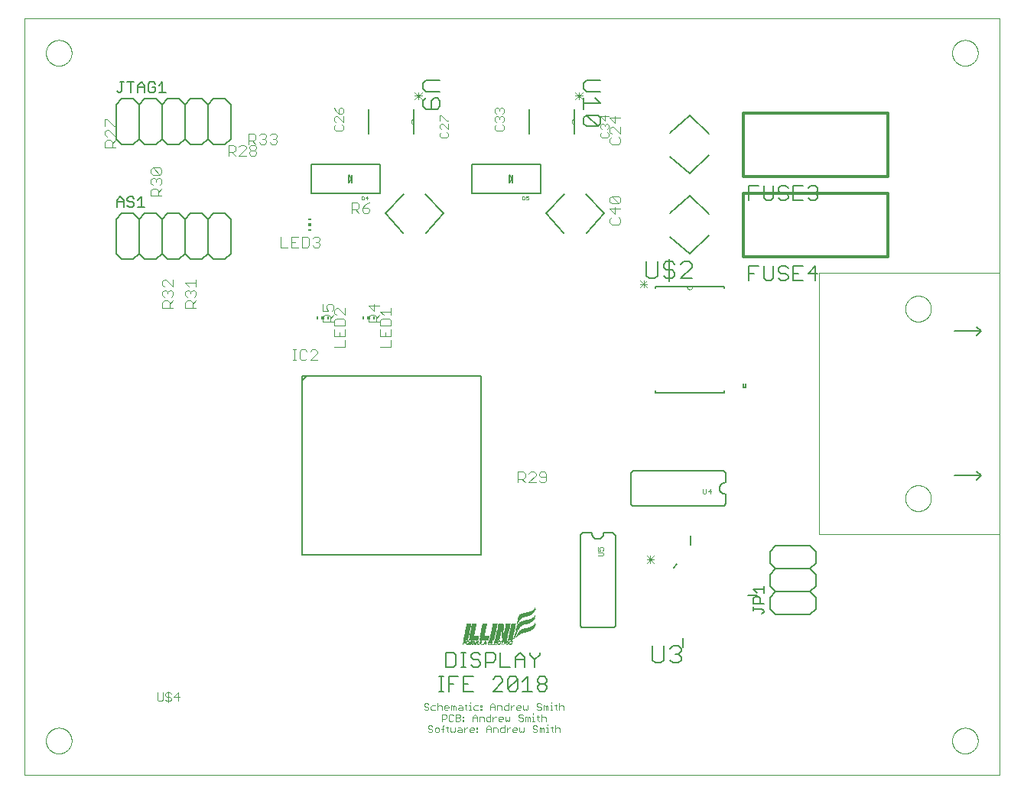
<source format=gto>
G75*
%MOIN*%
%OFA0B0*%
%FSLAX25Y25*%
%IPPOS*%
%LPD*%
%AMOC8*
5,1,8,0,0,1.08239X$1,22.5*
%
%ADD10C,0.00000*%
%ADD11C,0.00300*%
%ADD12C,0.00600*%
%ADD13R,0.00200X0.00100*%
%ADD14R,0.00900X0.00100*%
%ADD15R,0.00400X0.00100*%
%ADD16R,0.00300X0.00100*%
%ADD17R,0.00700X0.00100*%
%ADD18R,0.01400X0.00100*%
%ADD19R,0.01200X0.00100*%
%ADD20R,0.01100X0.00100*%
%ADD21R,0.01300X0.00100*%
%ADD22R,0.00800X0.00100*%
%ADD23R,0.01000X0.00100*%
%ADD24R,0.01500X0.00100*%
%ADD25R,0.00500X0.00100*%
%ADD26R,0.00600X0.00100*%
%ADD27R,0.01900X0.00100*%
%ADD28R,0.04200X0.00100*%
%ADD29R,0.01800X0.00100*%
%ADD30R,0.02100X0.00100*%
%ADD31R,0.04300X0.00100*%
%ADD32R,0.02200X0.00100*%
%ADD33R,0.02000X0.00100*%
%ADD34R,0.04100X0.00100*%
%ADD35R,0.02300X0.00100*%
%ADD36R,0.00100X0.00100*%
%ADD37R,0.02400X0.00100*%
%ADD38R,0.02500X0.00100*%
%ADD39R,0.02600X0.00100*%
%ADD40R,0.02700X0.00100*%
%ADD41R,0.01700X0.00100*%
%ADD42R,0.02800X0.00100*%
%ADD43R,0.02900X0.00100*%
%ADD44R,0.03100X0.00100*%
%ADD45R,0.03400X0.00100*%
%ADD46R,0.03600X0.00100*%
%ADD47R,0.03800X0.00100*%
%ADD48R,0.04000X0.00100*%
%ADD49R,0.04400X0.00100*%
%ADD50R,0.04500X0.00100*%
%ADD51R,0.04600X0.00100*%
%ADD52R,0.04700X0.00100*%
%ADD53R,0.03700X0.00100*%
%ADD54R,0.03500X0.00100*%
%ADD55R,0.03200X0.00100*%
%ADD56R,0.01600X0.00100*%
%ADD57R,0.03000X0.00100*%
%ADD58R,0.03900X0.00100*%
%ADD59R,0.03300X0.00100*%
%ADD60C,0.00500*%
%ADD61C,0.00400*%
%ADD62R,0.00591X0.01181*%
%ADD63R,0.01181X0.01181*%
%ADD64R,0.01181X0.00591*%
%ADD65C,0.00800*%
%ADD66C,0.00200*%
%ADD67C,0.00098*%
%ADD68C,0.01200*%
%ADD69C,0.00100*%
D10*
X0025762Y0001800D02*
X0025762Y0331800D01*
X0450762Y0331800D01*
X0450762Y0001800D01*
X0025762Y0001800D01*
X0035162Y0016800D02*
X0035164Y0016949D01*
X0035170Y0017098D01*
X0035180Y0017247D01*
X0035194Y0017395D01*
X0035212Y0017543D01*
X0035233Y0017691D01*
X0035259Y0017838D01*
X0035289Y0017984D01*
X0035322Y0018129D01*
X0035359Y0018273D01*
X0035400Y0018417D01*
X0035445Y0018559D01*
X0035494Y0018700D01*
X0035547Y0018839D01*
X0035603Y0018977D01*
X0035662Y0019114D01*
X0035726Y0019249D01*
X0035793Y0019382D01*
X0035863Y0019513D01*
X0035937Y0019643D01*
X0036015Y0019770D01*
X0036095Y0019896D01*
X0036180Y0020019D01*
X0036267Y0020140D01*
X0036357Y0020258D01*
X0036451Y0020374D01*
X0036548Y0020488D01*
X0036647Y0020599D01*
X0036750Y0020707D01*
X0036855Y0020812D01*
X0036963Y0020915D01*
X0037074Y0021014D01*
X0037188Y0021111D01*
X0037304Y0021205D01*
X0037422Y0021295D01*
X0037543Y0021382D01*
X0037666Y0021467D01*
X0037792Y0021547D01*
X0037919Y0021625D01*
X0038049Y0021699D01*
X0038180Y0021769D01*
X0038313Y0021836D01*
X0038448Y0021900D01*
X0038585Y0021959D01*
X0038723Y0022015D01*
X0038862Y0022068D01*
X0039003Y0022117D01*
X0039145Y0022162D01*
X0039289Y0022203D01*
X0039433Y0022240D01*
X0039578Y0022273D01*
X0039724Y0022303D01*
X0039871Y0022329D01*
X0040019Y0022350D01*
X0040167Y0022368D01*
X0040315Y0022382D01*
X0040464Y0022392D01*
X0040613Y0022398D01*
X0040762Y0022400D01*
X0040911Y0022398D01*
X0041060Y0022392D01*
X0041209Y0022382D01*
X0041357Y0022368D01*
X0041505Y0022350D01*
X0041653Y0022329D01*
X0041800Y0022303D01*
X0041946Y0022273D01*
X0042091Y0022240D01*
X0042235Y0022203D01*
X0042379Y0022162D01*
X0042521Y0022117D01*
X0042662Y0022068D01*
X0042801Y0022015D01*
X0042939Y0021959D01*
X0043076Y0021900D01*
X0043211Y0021836D01*
X0043344Y0021769D01*
X0043475Y0021699D01*
X0043605Y0021625D01*
X0043732Y0021547D01*
X0043858Y0021467D01*
X0043981Y0021382D01*
X0044102Y0021295D01*
X0044220Y0021205D01*
X0044336Y0021111D01*
X0044450Y0021014D01*
X0044561Y0020915D01*
X0044669Y0020812D01*
X0044774Y0020707D01*
X0044877Y0020599D01*
X0044976Y0020488D01*
X0045073Y0020374D01*
X0045167Y0020258D01*
X0045257Y0020140D01*
X0045344Y0020019D01*
X0045429Y0019896D01*
X0045509Y0019770D01*
X0045587Y0019643D01*
X0045661Y0019513D01*
X0045731Y0019382D01*
X0045798Y0019249D01*
X0045862Y0019114D01*
X0045921Y0018977D01*
X0045977Y0018839D01*
X0046030Y0018700D01*
X0046079Y0018559D01*
X0046124Y0018417D01*
X0046165Y0018273D01*
X0046202Y0018129D01*
X0046235Y0017984D01*
X0046265Y0017838D01*
X0046291Y0017691D01*
X0046312Y0017543D01*
X0046330Y0017395D01*
X0046344Y0017247D01*
X0046354Y0017098D01*
X0046360Y0016949D01*
X0046362Y0016800D01*
X0046360Y0016651D01*
X0046354Y0016502D01*
X0046344Y0016353D01*
X0046330Y0016205D01*
X0046312Y0016057D01*
X0046291Y0015909D01*
X0046265Y0015762D01*
X0046235Y0015616D01*
X0046202Y0015471D01*
X0046165Y0015327D01*
X0046124Y0015183D01*
X0046079Y0015041D01*
X0046030Y0014900D01*
X0045977Y0014761D01*
X0045921Y0014623D01*
X0045862Y0014486D01*
X0045798Y0014351D01*
X0045731Y0014218D01*
X0045661Y0014087D01*
X0045587Y0013957D01*
X0045509Y0013830D01*
X0045429Y0013704D01*
X0045344Y0013581D01*
X0045257Y0013460D01*
X0045167Y0013342D01*
X0045073Y0013226D01*
X0044976Y0013112D01*
X0044877Y0013001D01*
X0044774Y0012893D01*
X0044669Y0012788D01*
X0044561Y0012685D01*
X0044450Y0012586D01*
X0044336Y0012489D01*
X0044220Y0012395D01*
X0044102Y0012305D01*
X0043981Y0012218D01*
X0043858Y0012133D01*
X0043732Y0012053D01*
X0043605Y0011975D01*
X0043475Y0011901D01*
X0043344Y0011831D01*
X0043211Y0011764D01*
X0043076Y0011700D01*
X0042939Y0011641D01*
X0042801Y0011585D01*
X0042662Y0011532D01*
X0042521Y0011483D01*
X0042379Y0011438D01*
X0042235Y0011397D01*
X0042091Y0011360D01*
X0041946Y0011327D01*
X0041800Y0011297D01*
X0041653Y0011271D01*
X0041505Y0011250D01*
X0041357Y0011232D01*
X0041209Y0011218D01*
X0041060Y0011208D01*
X0040911Y0011202D01*
X0040762Y0011200D01*
X0040613Y0011202D01*
X0040464Y0011208D01*
X0040315Y0011218D01*
X0040167Y0011232D01*
X0040019Y0011250D01*
X0039871Y0011271D01*
X0039724Y0011297D01*
X0039578Y0011327D01*
X0039433Y0011360D01*
X0039289Y0011397D01*
X0039145Y0011438D01*
X0039003Y0011483D01*
X0038862Y0011532D01*
X0038723Y0011585D01*
X0038585Y0011641D01*
X0038448Y0011700D01*
X0038313Y0011764D01*
X0038180Y0011831D01*
X0038049Y0011901D01*
X0037919Y0011975D01*
X0037792Y0012053D01*
X0037666Y0012133D01*
X0037543Y0012218D01*
X0037422Y0012305D01*
X0037304Y0012395D01*
X0037188Y0012489D01*
X0037074Y0012586D01*
X0036963Y0012685D01*
X0036855Y0012788D01*
X0036750Y0012893D01*
X0036647Y0013001D01*
X0036548Y0013112D01*
X0036451Y0013226D01*
X0036357Y0013342D01*
X0036267Y0013460D01*
X0036180Y0013581D01*
X0036095Y0013704D01*
X0036015Y0013830D01*
X0035937Y0013957D01*
X0035863Y0014087D01*
X0035793Y0014218D01*
X0035726Y0014351D01*
X0035662Y0014486D01*
X0035603Y0014623D01*
X0035547Y0014761D01*
X0035494Y0014900D01*
X0035445Y0015041D01*
X0035400Y0015183D01*
X0035359Y0015327D01*
X0035322Y0015471D01*
X0035289Y0015616D01*
X0035259Y0015762D01*
X0035233Y0015909D01*
X0035212Y0016057D01*
X0035194Y0016205D01*
X0035180Y0016353D01*
X0035170Y0016502D01*
X0035164Y0016651D01*
X0035162Y0016800D01*
X0314562Y0214900D02*
X0314564Y0214831D01*
X0314570Y0214763D01*
X0314580Y0214695D01*
X0314593Y0214628D01*
X0314611Y0214562D01*
X0314632Y0214497D01*
X0314657Y0214433D01*
X0314685Y0214371D01*
X0314717Y0214310D01*
X0314752Y0214251D01*
X0314791Y0214195D01*
X0314833Y0214140D01*
X0314878Y0214089D01*
X0314926Y0214039D01*
X0314976Y0213993D01*
X0315029Y0213950D01*
X0315085Y0213909D01*
X0315142Y0213872D01*
X0315202Y0213839D01*
X0315264Y0213808D01*
X0315327Y0213782D01*
X0315391Y0213759D01*
X0315457Y0213739D01*
X0315524Y0213724D01*
X0315591Y0213712D01*
X0315659Y0213704D01*
X0315728Y0213700D01*
X0315796Y0213700D01*
X0315865Y0213704D01*
X0315933Y0213712D01*
X0316000Y0213724D01*
X0316067Y0213739D01*
X0316133Y0213759D01*
X0316197Y0213782D01*
X0316260Y0213808D01*
X0316322Y0213839D01*
X0316382Y0213872D01*
X0316439Y0213909D01*
X0316495Y0213950D01*
X0316548Y0213993D01*
X0316598Y0214039D01*
X0316646Y0214089D01*
X0316691Y0214140D01*
X0316733Y0214195D01*
X0316772Y0214251D01*
X0316807Y0214310D01*
X0316839Y0214371D01*
X0316867Y0214433D01*
X0316892Y0214497D01*
X0316913Y0214562D01*
X0316931Y0214628D01*
X0316944Y0214695D01*
X0316954Y0214763D01*
X0316960Y0214831D01*
X0316962Y0214900D01*
X0265562Y0285600D02*
X0265493Y0285602D01*
X0265425Y0285608D01*
X0265357Y0285618D01*
X0265290Y0285631D01*
X0265224Y0285649D01*
X0265159Y0285670D01*
X0265095Y0285695D01*
X0265033Y0285723D01*
X0264972Y0285755D01*
X0264913Y0285790D01*
X0264857Y0285829D01*
X0264802Y0285871D01*
X0264751Y0285916D01*
X0264701Y0285964D01*
X0264655Y0286014D01*
X0264612Y0286067D01*
X0264571Y0286123D01*
X0264534Y0286180D01*
X0264501Y0286240D01*
X0264470Y0286302D01*
X0264444Y0286365D01*
X0264421Y0286429D01*
X0264401Y0286495D01*
X0264386Y0286562D01*
X0264374Y0286629D01*
X0264366Y0286697D01*
X0264362Y0286766D01*
X0264362Y0286834D01*
X0264366Y0286903D01*
X0264374Y0286971D01*
X0264386Y0287038D01*
X0264401Y0287105D01*
X0264421Y0287171D01*
X0264444Y0287235D01*
X0264470Y0287298D01*
X0264501Y0287360D01*
X0264534Y0287420D01*
X0264571Y0287477D01*
X0264612Y0287533D01*
X0264655Y0287586D01*
X0264701Y0287636D01*
X0264751Y0287684D01*
X0264802Y0287729D01*
X0264857Y0287771D01*
X0264913Y0287810D01*
X0264972Y0287845D01*
X0265033Y0287877D01*
X0265095Y0287905D01*
X0265159Y0287930D01*
X0265224Y0287951D01*
X0265290Y0287969D01*
X0265357Y0287982D01*
X0265425Y0287992D01*
X0265493Y0287998D01*
X0265562Y0288000D01*
X0195562Y0288000D02*
X0195493Y0287998D01*
X0195425Y0287992D01*
X0195357Y0287982D01*
X0195290Y0287969D01*
X0195224Y0287951D01*
X0195159Y0287930D01*
X0195095Y0287905D01*
X0195033Y0287877D01*
X0194972Y0287845D01*
X0194913Y0287810D01*
X0194857Y0287771D01*
X0194802Y0287729D01*
X0194751Y0287684D01*
X0194701Y0287636D01*
X0194655Y0287586D01*
X0194612Y0287533D01*
X0194571Y0287477D01*
X0194534Y0287420D01*
X0194501Y0287360D01*
X0194470Y0287298D01*
X0194444Y0287235D01*
X0194421Y0287171D01*
X0194401Y0287105D01*
X0194386Y0287038D01*
X0194374Y0286971D01*
X0194366Y0286903D01*
X0194362Y0286834D01*
X0194362Y0286766D01*
X0194366Y0286697D01*
X0194374Y0286629D01*
X0194386Y0286562D01*
X0194401Y0286495D01*
X0194421Y0286429D01*
X0194444Y0286365D01*
X0194470Y0286302D01*
X0194501Y0286240D01*
X0194534Y0286180D01*
X0194571Y0286123D01*
X0194612Y0286067D01*
X0194655Y0286014D01*
X0194701Y0285964D01*
X0194751Y0285916D01*
X0194802Y0285871D01*
X0194857Y0285829D01*
X0194913Y0285790D01*
X0194972Y0285755D01*
X0195033Y0285723D01*
X0195095Y0285695D01*
X0195159Y0285670D01*
X0195224Y0285649D01*
X0195290Y0285631D01*
X0195357Y0285618D01*
X0195425Y0285608D01*
X0195493Y0285602D01*
X0195562Y0285600D01*
X0035162Y0316800D02*
X0035164Y0316949D01*
X0035170Y0317098D01*
X0035180Y0317247D01*
X0035194Y0317395D01*
X0035212Y0317543D01*
X0035233Y0317691D01*
X0035259Y0317838D01*
X0035289Y0317984D01*
X0035322Y0318129D01*
X0035359Y0318273D01*
X0035400Y0318417D01*
X0035445Y0318559D01*
X0035494Y0318700D01*
X0035547Y0318839D01*
X0035603Y0318977D01*
X0035662Y0319114D01*
X0035726Y0319249D01*
X0035793Y0319382D01*
X0035863Y0319513D01*
X0035937Y0319643D01*
X0036015Y0319770D01*
X0036095Y0319896D01*
X0036180Y0320019D01*
X0036267Y0320140D01*
X0036357Y0320258D01*
X0036451Y0320374D01*
X0036548Y0320488D01*
X0036647Y0320599D01*
X0036750Y0320707D01*
X0036855Y0320812D01*
X0036963Y0320915D01*
X0037074Y0321014D01*
X0037188Y0321111D01*
X0037304Y0321205D01*
X0037422Y0321295D01*
X0037543Y0321382D01*
X0037666Y0321467D01*
X0037792Y0321547D01*
X0037919Y0321625D01*
X0038049Y0321699D01*
X0038180Y0321769D01*
X0038313Y0321836D01*
X0038448Y0321900D01*
X0038585Y0321959D01*
X0038723Y0322015D01*
X0038862Y0322068D01*
X0039003Y0322117D01*
X0039145Y0322162D01*
X0039289Y0322203D01*
X0039433Y0322240D01*
X0039578Y0322273D01*
X0039724Y0322303D01*
X0039871Y0322329D01*
X0040019Y0322350D01*
X0040167Y0322368D01*
X0040315Y0322382D01*
X0040464Y0322392D01*
X0040613Y0322398D01*
X0040762Y0322400D01*
X0040911Y0322398D01*
X0041060Y0322392D01*
X0041209Y0322382D01*
X0041357Y0322368D01*
X0041505Y0322350D01*
X0041653Y0322329D01*
X0041800Y0322303D01*
X0041946Y0322273D01*
X0042091Y0322240D01*
X0042235Y0322203D01*
X0042379Y0322162D01*
X0042521Y0322117D01*
X0042662Y0322068D01*
X0042801Y0322015D01*
X0042939Y0321959D01*
X0043076Y0321900D01*
X0043211Y0321836D01*
X0043344Y0321769D01*
X0043475Y0321699D01*
X0043605Y0321625D01*
X0043732Y0321547D01*
X0043858Y0321467D01*
X0043981Y0321382D01*
X0044102Y0321295D01*
X0044220Y0321205D01*
X0044336Y0321111D01*
X0044450Y0321014D01*
X0044561Y0320915D01*
X0044669Y0320812D01*
X0044774Y0320707D01*
X0044877Y0320599D01*
X0044976Y0320488D01*
X0045073Y0320374D01*
X0045167Y0320258D01*
X0045257Y0320140D01*
X0045344Y0320019D01*
X0045429Y0319896D01*
X0045509Y0319770D01*
X0045587Y0319643D01*
X0045661Y0319513D01*
X0045731Y0319382D01*
X0045798Y0319249D01*
X0045862Y0319114D01*
X0045921Y0318977D01*
X0045977Y0318839D01*
X0046030Y0318700D01*
X0046079Y0318559D01*
X0046124Y0318417D01*
X0046165Y0318273D01*
X0046202Y0318129D01*
X0046235Y0317984D01*
X0046265Y0317838D01*
X0046291Y0317691D01*
X0046312Y0317543D01*
X0046330Y0317395D01*
X0046344Y0317247D01*
X0046354Y0317098D01*
X0046360Y0316949D01*
X0046362Y0316800D01*
X0046360Y0316651D01*
X0046354Y0316502D01*
X0046344Y0316353D01*
X0046330Y0316205D01*
X0046312Y0316057D01*
X0046291Y0315909D01*
X0046265Y0315762D01*
X0046235Y0315616D01*
X0046202Y0315471D01*
X0046165Y0315327D01*
X0046124Y0315183D01*
X0046079Y0315041D01*
X0046030Y0314900D01*
X0045977Y0314761D01*
X0045921Y0314623D01*
X0045862Y0314486D01*
X0045798Y0314351D01*
X0045731Y0314218D01*
X0045661Y0314087D01*
X0045587Y0313957D01*
X0045509Y0313830D01*
X0045429Y0313704D01*
X0045344Y0313581D01*
X0045257Y0313460D01*
X0045167Y0313342D01*
X0045073Y0313226D01*
X0044976Y0313112D01*
X0044877Y0313001D01*
X0044774Y0312893D01*
X0044669Y0312788D01*
X0044561Y0312685D01*
X0044450Y0312586D01*
X0044336Y0312489D01*
X0044220Y0312395D01*
X0044102Y0312305D01*
X0043981Y0312218D01*
X0043858Y0312133D01*
X0043732Y0312053D01*
X0043605Y0311975D01*
X0043475Y0311901D01*
X0043344Y0311831D01*
X0043211Y0311764D01*
X0043076Y0311700D01*
X0042939Y0311641D01*
X0042801Y0311585D01*
X0042662Y0311532D01*
X0042521Y0311483D01*
X0042379Y0311438D01*
X0042235Y0311397D01*
X0042091Y0311360D01*
X0041946Y0311327D01*
X0041800Y0311297D01*
X0041653Y0311271D01*
X0041505Y0311250D01*
X0041357Y0311232D01*
X0041209Y0311218D01*
X0041060Y0311208D01*
X0040911Y0311202D01*
X0040762Y0311200D01*
X0040613Y0311202D01*
X0040464Y0311208D01*
X0040315Y0311218D01*
X0040167Y0311232D01*
X0040019Y0311250D01*
X0039871Y0311271D01*
X0039724Y0311297D01*
X0039578Y0311327D01*
X0039433Y0311360D01*
X0039289Y0311397D01*
X0039145Y0311438D01*
X0039003Y0311483D01*
X0038862Y0311532D01*
X0038723Y0311585D01*
X0038585Y0311641D01*
X0038448Y0311700D01*
X0038313Y0311764D01*
X0038180Y0311831D01*
X0038049Y0311901D01*
X0037919Y0311975D01*
X0037792Y0312053D01*
X0037666Y0312133D01*
X0037543Y0312218D01*
X0037422Y0312305D01*
X0037304Y0312395D01*
X0037188Y0312489D01*
X0037074Y0312586D01*
X0036963Y0312685D01*
X0036855Y0312788D01*
X0036750Y0312893D01*
X0036647Y0313001D01*
X0036548Y0313112D01*
X0036451Y0313226D01*
X0036357Y0313342D01*
X0036267Y0313460D01*
X0036180Y0313581D01*
X0036095Y0313704D01*
X0036015Y0313830D01*
X0035937Y0313957D01*
X0035863Y0314087D01*
X0035793Y0314218D01*
X0035726Y0314351D01*
X0035662Y0314486D01*
X0035603Y0314623D01*
X0035547Y0314761D01*
X0035494Y0314900D01*
X0035445Y0315041D01*
X0035400Y0315183D01*
X0035359Y0315327D01*
X0035322Y0315471D01*
X0035289Y0315616D01*
X0035259Y0315762D01*
X0035233Y0315909D01*
X0035212Y0316057D01*
X0035194Y0316205D01*
X0035180Y0316353D01*
X0035170Y0316502D01*
X0035164Y0316651D01*
X0035162Y0316800D01*
X0409719Y0205225D02*
X0409721Y0205374D01*
X0409727Y0205524D01*
X0409737Y0205673D01*
X0409751Y0205821D01*
X0409769Y0205970D01*
X0409790Y0206117D01*
X0409816Y0206264D01*
X0409846Y0206411D01*
X0409879Y0206556D01*
X0409917Y0206701D01*
X0409958Y0206845D01*
X0410003Y0206987D01*
X0410052Y0207128D01*
X0410104Y0207268D01*
X0410160Y0207406D01*
X0410220Y0207543D01*
X0410284Y0207678D01*
X0410351Y0207812D01*
X0410422Y0207943D01*
X0410496Y0208073D01*
X0410573Y0208201D01*
X0410654Y0208326D01*
X0410738Y0208450D01*
X0410826Y0208571D01*
X0410916Y0208689D01*
X0411010Y0208806D01*
X0411107Y0208919D01*
X0411207Y0209030D01*
X0411310Y0209139D01*
X0411415Y0209244D01*
X0411524Y0209347D01*
X0411635Y0209447D01*
X0411748Y0209544D01*
X0411865Y0209638D01*
X0411983Y0209728D01*
X0412104Y0209816D01*
X0412228Y0209900D01*
X0412353Y0209981D01*
X0412481Y0210058D01*
X0412611Y0210132D01*
X0412742Y0210203D01*
X0412876Y0210270D01*
X0413011Y0210334D01*
X0413148Y0210394D01*
X0413286Y0210450D01*
X0413426Y0210502D01*
X0413567Y0210551D01*
X0413709Y0210596D01*
X0413853Y0210637D01*
X0413998Y0210675D01*
X0414143Y0210708D01*
X0414290Y0210738D01*
X0414437Y0210764D01*
X0414584Y0210785D01*
X0414733Y0210803D01*
X0414881Y0210817D01*
X0415030Y0210827D01*
X0415180Y0210833D01*
X0415329Y0210835D01*
X0415478Y0210833D01*
X0415628Y0210827D01*
X0415777Y0210817D01*
X0415925Y0210803D01*
X0416074Y0210785D01*
X0416221Y0210764D01*
X0416368Y0210738D01*
X0416515Y0210708D01*
X0416660Y0210675D01*
X0416805Y0210637D01*
X0416949Y0210596D01*
X0417091Y0210551D01*
X0417232Y0210502D01*
X0417372Y0210450D01*
X0417510Y0210394D01*
X0417647Y0210334D01*
X0417782Y0210270D01*
X0417916Y0210203D01*
X0418047Y0210132D01*
X0418177Y0210058D01*
X0418305Y0209981D01*
X0418430Y0209900D01*
X0418554Y0209816D01*
X0418675Y0209728D01*
X0418793Y0209638D01*
X0418910Y0209544D01*
X0419023Y0209447D01*
X0419134Y0209347D01*
X0419243Y0209244D01*
X0419348Y0209139D01*
X0419451Y0209030D01*
X0419551Y0208919D01*
X0419648Y0208806D01*
X0419742Y0208689D01*
X0419832Y0208571D01*
X0419920Y0208450D01*
X0420004Y0208326D01*
X0420085Y0208201D01*
X0420162Y0208073D01*
X0420236Y0207943D01*
X0420307Y0207812D01*
X0420374Y0207678D01*
X0420438Y0207543D01*
X0420498Y0207406D01*
X0420554Y0207268D01*
X0420606Y0207128D01*
X0420655Y0206987D01*
X0420700Y0206845D01*
X0420741Y0206701D01*
X0420779Y0206556D01*
X0420812Y0206411D01*
X0420842Y0206264D01*
X0420868Y0206117D01*
X0420889Y0205970D01*
X0420907Y0205821D01*
X0420921Y0205673D01*
X0420931Y0205524D01*
X0420937Y0205374D01*
X0420939Y0205225D01*
X0420937Y0205076D01*
X0420931Y0204926D01*
X0420921Y0204777D01*
X0420907Y0204629D01*
X0420889Y0204480D01*
X0420868Y0204333D01*
X0420842Y0204186D01*
X0420812Y0204039D01*
X0420779Y0203894D01*
X0420741Y0203749D01*
X0420700Y0203605D01*
X0420655Y0203463D01*
X0420606Y0203322D01*
X0420554Y0203182D01*
X0420498Y0203044D01*
X0420438Y0202907D01*
X0420374Y0202772D01*
X0420307Y0202638D01*
X0420236Y0202507D01*
X0420162Y0202377D01*
X0420085Y0202249D01*
X0420004Y0202124D01*
X0419920Y0202000D01*
X0419832Y0201879D01*
X0419742Y0201761D01*
X0419648Y0201644D01*
X0419551Y0201531D01*
X0419451Y0201420D01*
X0419348Y0201311D01*
X0419243Y0201206D01*
X0419134Y0201103D01*
X0419023Y0201003D01*
X0418910Y0200906D01*
X0418793Y0200812D01*
X0418675Y0200722D01*
X0418554Y0200634D01*
X0418430Y0200550D01*
X0418305Y0200469D01*
X0418177Y0200392D01*
X0418047Y0200318D01*
X0417916Y0200247D01*
X0417782Y0200180D01*
X0417647Y0200116D01*
X0417510Y0200056D01*
X0417372Y0200000D01*
X0417232Y0199948D01*
X0417091Y0199899D01*
X0416949Y0199854D01*
X0416805Y0199813D01*
X0416660Y0199775D01*
X0416515Y0199742D01*
X0416368Y0199712D01*
X0416221Y0199686D01*
X0416074Y0199665D01*
X0415925Y0199647D01*
X0415777Y0199633D01*
X0415628Y0199623D01*
X0415478Y0199617D01*
X0415329Y0199615D01*
X0415180Y0199617D01*
X0415030Y0199623D01*
X0414881Y0199633D01*
X0414733Y0199647D01*
X0414584Y0199665D01*
X0414437Y0199686D01*
X0414290Y0199712D01*
X0414143Y0199742D01*
X0413998Y0199775D01*
X0413853Y0199813D01*
X0413709Y0199854D01*
X0413567Y0199899D01*
X0413426Y0199948D01*
X0413286Y0200000D01*
X0413148Y0200056D01*
X0413011Y0200116D01*
X0412876Y0200180D01*
X0412742Y0200247D01*
X0412611Y0200318D01*
X0412481Y0200392D01*
X0412353Y0200469D01*
X0412228Y0200550D01*
X0412104Y0200634D01*
X0411983Y0200722D01*
X0411865Y0200812D01*
X0411748Y0200906D01*
X0411635Y0201003D01*
X0411524Y0201103D01*
X0411415Y0201206D01*
X0411310Y0201311D01*
X0411207Y0201420D01*
X0411107Y0201531D01*
X0411010Y0201644D01*
X0410916Y0201761D01*
X0410826Y0201879D01*
X0410738Y0202000D01*
X0410654Y0202124D01*
X0410573Y0202249D01*
X0410496Y0202377D01*
X0410422Y0202507D01*
X0410351Y0202638D01*
X0410284Y0202772D01*
X0410220Y0202907D01*
X0410160Y0203044D01*
X0410104Y0203182D01*
X0410052Y0203322D01*
X0410003Y0203463D01*
X0409958Y0203605D01*
X0409917Y0203749D01*
X0409879Y0203894D01*
X0409846Y0204039D01*
X0409816Y0204186D01*
X0409790Y0204333D01*
X0409769Y0204480D01*
X0409751Y0204629D01*
X0409737Y0204777D01*
X0409727Y0204926D01*
X0409721Y0205076D01*
X0409719Y0205225D01*
X0409719Y0122548D02*
X0409721Y0122697D01*
X0409727Y0122847D01*
X0409737Y0122996D01*
X0409751Y0123144D01*
X0409769Y0123293D01*
X0409790Y0123440D01*
X0409816Y0123587D01*
X0409846Y0123734D01*
X0409879Y0123879D01*
X0409917Y0124024D01*
X0409958Y0124168D01*
X0410003Y0124310D01*
X0410052Y0124451D01*
X0410104Y0124591D01*
X0410160Y0124729D01*
X0410220Y0124866D01*
X0410284Y0125001D01*
X0410351Y0125135D01*
X0410422Y0125266D01*
X0410496Y0125396D01*
X0410573Y0125524D01*
X0410654Y0125649D01*
X0410738Y0125773D01*
X0410826Y0125894D01*
X0410916Y0126012D01*
X0411010Y0126129D01*
X0411107Y0126242D01*
X0411207Y0126353D01*
X0411310Y0126462D01*
X0411415Y0126567D01*
X0411524Y0126670D01*
X0411635Y0126770D01*
X0411748Y0126867D01*
X0411865Y0126961D01*
X0411983Y0127051D01*
X0412104Y0127139D01*
X0412228Y0127223D01*
X0412353Y0127304D01*
X0412481Y0127381D01*
X0412611Y0127455D01*
X0412742Y0127526D01*
X0412876Y0127593D01*
X0413011Y0127657D01*
X0413148Y0127717D01*
X0413286Y0127773D01*
X0413426Y0127825D01*
X0413567Y0127874D01*
X0413709Y0127919D01*
X0413853Y0127960D01*
X0413998Y0127998D01*
X0414143Y0128031D01*
X0414290Y0128061D01*
X0414437Y0128087D01*
X0414584Y0128108D01*
X0414733Y0128126D01*
X0414881Y0128140D01*
X0415030Y0128150D01*
X0415180Y0128156D01*
X0415329Y0128158D01*
X0415478Y0128156D01*
X0415628Y0128150D01*
X0415777Y0128140D01*
X0415925Y0128126D01*
X0416074Y0128108D01*
X0416221Y0128087D01*
X0416368Y0128061D01*
X0416515Y0128031D01*
X0416660Y0127998D01*
X0416805Y0127960D01*
X0416949Y0127919D01*
X0417091Y0127874D01*
X0417232Y0127825D01*
X0417372Y0127773D01*
X0417510Y0127717D01*
X0417647Y0127657D01*
X0417782Y0127593D01*
X0417916Y0127526D01*
X0418047Y0127455D01*
X0418177Y0127381D01*
X0418305Y0127304D01*
X0418430Y0127223D01*
X0418554Y0127139D01*
X0418675Y0127051D01*
X0418793Y0126961D01*
X0418910Y0126867D01*
X0419023Y0126770D01*
X0419134Y0126670D01*
X0419243Y0126567D01*
X0419348Y0126462D01*
X0419451Y0126353D01*
X0419551Y0126242D01*
X0419648Y0126129D01*
X0419742Y0126012D01*
X0419832Y0125894D01*
X0419920Y0125773D01*
X0420004Y0125649D01*
X0420085Y0125524D01*
X0420162Y0125396D01*
X0420236Y0125266D01*
X0420307Y0125135D01*
X0420374Y0125001D01*
X0420438Y0124866D01*
X0420498Y0124729D01*
X0420554Y0124591D01*
X0420606Y0124451D01*
X0420655Y0124310D01*
X0420700Y0124168D01*
X0420741Y0124024D01*
X0420779Y0123879D01*
X0420812Y0123734D01*
X0420842Y0123587D01*
X0420868Y0123440D01*
X0420889Y0123293D01*
X0420907Y0123144D01*
X0420921Y0122996D01*
X0420931Y0122847D01*
X0420937Y0122697D01*
X0420939Y0122548D01*
X0420937Y0122399D01*
X0420931Y0122249D01*
X0420921Y0122100D01*
X0420907Y0121952D01*
X0420889Y0121803D01*
X0420868Y0121656D01*
X0420842Y0121509D01*
X0420812Y0121362D01*
X0420779Y0121217D01*
X0420741Y0121072D01*
X0420700Y0120928D01*
X0420655Y0120786D01*
X0420606Y0120645D01*
X0420554Y0120505D01*
X0420498Y0120367D01*
X0420438Y0120230D01*
X0420374Y0120095D01*
X0420307Y0119961D01*
X0420236Y0119830D01*
X0420162Y0119700D01*
X0420085Y0119572D01*
X0420004Y0119447D01*
X0419920Y0119323D01*
X0419832Y0119202D01*
X0419742Y0119084D01*
X0419648Y0118967D01*
X0419551Y0118854D01*
X0419451Y0118743D01*
X0419348Y0118634D01*
X0419243Y0118529D01*
X0419134Y0118426D01*
X0419023Y0118326D01*
X0418910Y0118229D01*
X0418793Y0118135D01*
X0418675Y0118045D01*
X0418554Y0117957D01*
X0418430Y0117873D01*
X0418305Y0117792D01*
X0418177Y0117715D01*
X0418047Y0117641D01*
X0417916Y0117570D01*
X0417782Y0117503D01*
X0417647Y0117439D01*
X0417510Y0117379D01*
X0417372Y0117323D01*
X0417232Y0117271D01*
X0417091Y0117222D01*
X0416949Y0117177D01*
X0416805Y0117136D01*
X0416660Y0117098D01*
X0416515Y0117065D01*
X0416368Y0117035D01*
X0416221Y0117009D01*
X0416074Y0116988D01*
X0415925Y0116970D01*
X0415777Y0116956D01*
X0415628Y0116946D01*
X0415478Y0116940D01*
X0415329Y0116938D01*
X0415180Y0116940D01*
X0415030Y0116946D01*
X0414881Y0116956D01*
X0414733Y0116970D01*
X0414584Y0116988D01*
X0414437Y0117009D01*
X0414290Y0117035D01*
X0414143Y0117065D01*
X0413998Y0117098D01*
X0413853Y0117136D01*
X0413709Y0117177D01*
X0413567Y0117222D01*
X0413426Y0117271D01*
X0413286Y0117323D01*
X0413148Y0117379D01*
X0413011Y0117439D01*
X0412876Y0117503D01*
X0412742Y0117570D01*
X0412611Y0117641D01*
X0412481Y0117715D01*
X0412353Y0117792D01*
X0412228Y0117873D01*
X0412104Y0117957D01*
X0411983Y0118045D01*
X0411865Y0118135D01*
X0411748Y0118229D01*
X0411635Y0118326D01*
X0411524Y0118426D01*
X0411415Y0118529D01*
X0411310Y0118634D01*
X0411207Y0118743D01*
X0411107Y0118854D01*
X0411010Y0118967D01*
X0410916Y0119084D01*
X0410826Y0119202D01*
X0410738Y0119323D01*
X0410654Y0119447D01*
X0410573Y0119572D01*
X0410496Y0119700D01*
X0410422Y0119830D01*
X0410351Y0119961D01*
X0410284Y0120095D01*
X0410220Y0120230D01*
X0410160Y0120367D01*
X0410104Y0120505D01*
X0410052Y0120645D01*
X0410003Y0120786D01*
X0409958Y0120928D01*
X0409917Y0121072D01*
X0409879Y0121217D01*
X0409846Y0121362D01*
X0409816Y0121509D01*
X0409790Y0121656D01*
X0409769Y0121803D01*
X0409751Y0121952D01*
X0409737Y0122100D01*
X0409727Y0122249D01*
X0409721Y0122399D01*
X0409719Y0122548D01*
X0430162Y0016800D02*
X0430164Y0016949D01*
X0430170Y0017098D01*
X0430180Y0017247D01*
X0430194Y0017395D01*
X0430212Y0017543D01*
X0430233Y0017691D01*
X0430259Y0017838D01*
X0430289Y0017984D01*
X0430322Y0018129D01*
X0430359Y0018273D01*
X0430400Y0018417D01*
X0430445Y0018559D01*
X0430494Y0018700D01*
X0430547Y0018839D01*
X0430603Y0018977D01*
X0430662Y0019114D01*
X0430726Y0019249D01*
X0430793Y0019382D01*
X0430863Y0019513D01*
X0430937Y0019643D01*
X0431015Y0019770D01*
X0431095Y0019896D01*
X0431180Y0020019D01*
X0431267Y0020140D01*
X0431357Y0020258D01*
X0431451Y0020374D01*
X0431548Y0020488D01*
X0431647Y0020599D01*
X0431750Y0020707D01*
X0431855Y0020812D01*
X0431963Y0020915D01*
X0432074Y0021014D01*
X0432188Y0021111D01*
X0432304Y0021205D01*
X0432422Y0021295D01*
X0432543Y0021382D01*
X0432666Y0021467D01*
X0432792Y0021547D01*
X0432919Y0021625D01*
X0433049Y0021699D01*
X0433180Y0021769D01*
X0433313Y0021836D01*
X0433448Y0021900D01*
X0433585Y0021959D01*
X0433723Y0022015D01*
X0433862Y0022068D01*
X0434003Y0022117D01*
X0434145Y0022162D01*
X0434289Y0022203D01*
X0434433Y0022240D01*
X0434578Y0022273D01*
X0434724Y0022303D01*
X0434871Y0022329D01*
X0435019Y0022350D01*
X0435167Y0022368D01*
X0435315Y0022382D01*
X0435464Y0022392D01*
X0435613Y0022398D01*
X0435762Y0022400D01*
X0435911Y0022398D01*
X0436060Y0022392D01*
X0436209Y0022382D01*
X0436357Y0022368D01*
X0436505Y0022350D01*
X0436653Y0022329D01*
X0436800Y0022303D01*
X0436946Y0022273D01*
X0437091Y0022240D01*
X0437235Y0022203D01*
X0437379Y0022162D01*
X0437521Y0022117D01*
X0437662Y0022068D01*
X0437801Y0022015D01*
X0437939Y0021959D01*
X0438076Y0021900D01*
X0438211Y0021836D01*
X0438344Y0021769D01*
X0438475Y0021699D01*
X0438605Y0021625D01*
X0438732Y0021547D01*
X0438858Y0021467D01*
X0438981Y0021382D01*
X0439102Y0021295D01*
X0439220Y0021205D01*
X0439336Y0021111D01*
X0439450Y0021014D01*
X0439561Y0020915D01*
X0439669Y0020812D01*
X0439774Y0020707D01*
X0439877Y0020599D01*
X0439976Y0020488D01*
X0440073Y0020374D01*
X0440167Y0020258D01*
X0440257Y0020140D01*
X0440344Y0020019D01*
X0440429Y0019896D01*
X0440509Y0019770D01*
X0440587Y0019643D01*
X0440661Y0019513D01*
X0440731Y0019382D01*
X0440798Y0019249D01*
X0440862Y0019114D01*
X0440921Y0018977D01*
X0440977Y0018839D01*
X0441030Y0018700D01*
X0441079Y0018559D01*
X0441124Y0018417D01*
X0441165Y0018273D01*
X0441202Y0018129D01*
X0441235Y0017984D01*
X0441265Y0017838D01*
X0441291Y0017691D01*
X0441312Y0017543D01*
X0441330Y0017395D01*
X0441344Y0017247D01*
X0441354Y0017098D01*
X0441360Y0016949D01*
X0441362Y0016800D01*
X0441360Y0016651D01*
X0441354Y0016502D01*
X0441344Y0016353D01*
X0441330Y0016205D01*
X0441312Y0016057D01*
X0441291Y0015909D01*
X0441265Y0015762D01*
X0441235Y0015616D01*
X0441202Y0015471D01*
X0441165Y0015327D01*
X0441124Y0015183D01*
X0441079Y0015041D01*
X0441030Y0014900D01*
X0440977Y0014761D01*
X0440921Y0014623D01*
X0440862Y0014486D01*
X0440798Y0014351D01*
X0440731Y0014218D01*
X0440661Y0014087D01*
X0440587Y0013957D01*
X0440509Y0013830D01*
X0440429Y0013704D01*
X0440344Y0013581D01*
X0440257Y0013460D01*
X0440167Y0013342D01*
X0440073Y0013226D01*
X0439976Y0013112D01*
X0439877Y0013001D01*
X0439774Y0012893D01*
X0439669Y0012788D01*
X0439561Y0012685D01*
X0439450Y0012586D01*
X0439336Y0012489D01*
X0439220Y0012395D01*
X0439102Y0012305D01*
X0438981Y0012218D01*
X0438858Y0012133D01*
X0438732Y0012053D01*
X0438605Y0011975D01*
X0438475Y0011901D01*
X0438344Y0011831D01*
X0438211Y0011764D01*
X0438076Y0011700D01*
X0437939Y0011641D01*
X0437801Y0011585D01*
X0437662Y0011532D01*
X0437521Y0011483D01*
X0437379Y0011438D01*
X0437235Y0011397D01*
X0437091Y0011360D01*
X0436946Y0011327D01*
X0436800Y0011297D01*
X0436653Y0011271D01*
X0436505Y0011250D01*
X0436357Y0011232D01*
X0436209Y0011218D01*
X0436060Y0011208D01*
X0435911Y0011202D01*
X0435762Y0011200D01*
X0435613Y0011202D01*
X0435464Y0011208D01*
X0435315Y0011218D01*
X0435167Y0011232D01*
X0435019Y0011250D01*
X0434871Y0011271D01*
X0434724Y0011297D01*
X0434578Y0011327D01*
X0434433Y0011360D01*
X0434289Y0011397D01*
X0434145Y0011438D01*
X0434003Y0011483D01*
X0433862Y0011532D01*
X0433723Y0011585D01*
X0433585Y0011641D01*
X0433448Y0011700D01*
X0433313Y0011764D01*
X0433180Y0011831D01*
X0433049Y0011901D01*
X0432919Y0011975D01*
X0432792Y0012053D01*
X0432666Y0012133D01*
X0432543Y0012218D01*
X0432422Y0012305D01*
X0432304Y0012395D01*
X0432188Y0012489D01*
X0432074Y0012586D01*
X0431963Y0012685D01*
X0431855Y0012788D01*
X0431750Y0012893D01*
X0431647Y0013001D01*
X0431548Y0013112D01*
X0431451Y0013226D01*
X0431357Y0013342D01*
X0431267Y0013460D01*
X0431180Y0013581D01*
X0431095Y0013704D01*
X0431015Y0013830D01*
X0430937Y0013957D01*
X0430863Y0014087D01*
X0430793Y0014218D01*
X0430726Y0014351D01*
X0430662Y0014486D01*
X0430603Y0014623D01*
X0430547Y0014761D01*
X0430494Y0014900D01*
X0430445Y0015041D01*
X0430400Y0015183D01*
X0430359Y0015327D01*
X0430322Y0015471D01*
X0430289Y0015616D01*
X0430259Y0015762D01*
X0430233Y0015909D01*
X0430212Y0016057D01*
X0430194Y0016205D01*
X0430180Y0016353D01*
X0430170Y0016502D01*
X0430164Y0016651D01*
X0430162Y0016800D01*
X0430162Y0316800D02*
X0430164Y0316949D01*
X0430170Y0317098D01*
X0430180Y0317247D01*
X0430194Y0317395D01*
X0430212Y0317543D01*
X0430233Y0317691D01*
X0430259Y0317838D01*
X0430289Y0317984D01*
X0430322Y0318129D01*
X0430359Y0318273D01*
X0430400Y0318417D01*
X0430445Y0318559D01*
X0430494Y0318700D01*
X0430547Y0318839D01*
X0430603Y0318977D01*
X0430662Y0319114D01*
X0430726Y0319249D01*
X0430793Y0319382D01*
X0430863Y0319513D01*
X0430937Y0319643D01*
X0431015Y0319770D01*
X0431095Y0319896D01*
X0431180Y0320019D01*
X0431267Y0320140D01*
X0431357Y0320258D01*
X0431451Y0320374D01*
X0431548Y0320488D01*
X0431647Y0320599D01*
X0431750Y0320707D01*
X0431855Y0320812D01*
X0431963Y0320915D01*
X0432074Y0321014D01*
X0432188Y0321111D01*
X0432304Y0321205D01*
X0432422Y0321295D01*
X0432543Y0321382D01*
X0432666Y0321467D01*
X0432792Y0321547D01*
X0432919Y0321625D01*
X0433049Y0321699D01*
X0433180Y0321769D01*
X0433313Y0321836D01*
X0433448Y0321900D01*
X0433585Y0321959D01*
X0433723Y0322015D01*
X0433862Y0322068D01*
X0434003Y0322117D01*
X0434145Y0322162D01*
X0434289Y0322203D01*
X0434433Y0322240D01*
X0434578Y0322273D01*
X0434724Y0322303D01*
X0434871Y0322329D01*
X0435019Y0322350D01*
X0435167Y0322368D01*
X0435315Y0322382D01*
X0435464Y0322392D01*
X0435613Y0322398D01*
X0435762Y0322400D01*
X0435911Y0322398D01*
X0436060Y0322392D01*
X0436209Y0322382D01*
X0436357Y0322368D01*
X0436505Y0322350D01*
X0436653Y0322329D01*
X0436800Y0322303D01*
X0436946Y0322273D01*
X0437091Y0322240D01*
X0437235Y0322203D01*
X0437379Y0322162D01*
X0437521Y0322117D01*
X0437662Y0322068D01*
X0437801Y0322015D01*
X0437939Y0321959D01*
X0438076Y0321900D01*
X0438211Y0321836D01*
X0438344Y0321769D01*
X0438475Y0321699D01*
X0438605Y0321625D01*
X0438732Y0321547D01*
X0438858Y0321467D01*
X0438981Y0321382D01*
X0439102Y0321295D01*
X0439220Y0321205D01*
X0439336Y0321111D01*
X0439450Y0321014D01*
X0439561Y0320915D01*
X0439669Y0320812D01*
X0439774Y0320707D01*
X0439877Y0320599D01*
X0439976Y0320488D01*
X0440073Y0320374D01*
X0440167Y0320258D01*
X0440257Y0320140D01*
X0440344Y0320019D01*
X0440429Y0319896D01*
X0440509Y0319770D01*
X0440587Y0319643D01*
X0440661Y0319513D01*
X0440731Y0319382D01*
X0440798Y0319249D01*
X0440862Y0319114D01*
X0440921Y0318977D01*
X0440977Y0318839D01*
X0441030Y0318700D01*
X0441079Y0318559D01*
X0441124Y0318417D01*
X0441165Y0318273D01*
X0441202Y0318129D01*
X0441235Y0317984D01*
X0441265Y0317838D01*
X0441291Y0317691D01*
X0441312Y0317543D01*
X0441330Y0317395D01*
X0441344Y0317247D01*
X0441354Y0317098D01*
X0441360Y0316949D01*
X0441362Y0316800D01*
X0441360Y0316651D01*
X0441354Y0316502D01*
X0441344Y0316353D01*
X0441330Y0316205D01*
X0441312Y0316057D01*
X0441291Y0315909D01*
X0441265Y0315762D01*
X0441235Y0315616D01*
X0441202Y0315471D01*
X0441165Y0315327D01*
X0441124Y0315183D01*
X0441079Y0315041D01*
X0441030Y0314900D01*
X0440977Y0314761D01*
X0440921Y0314623D01*
X0440862Y0314486D01*
X0440798Y0314351D01*
X0440731Y0314218D01*
X0440661Y0314087D01*
X0440587Y0313957D01*
X0440509Y0313830D01*
X0440429Y0313704D01*
X0440344Y0313581D01*
X0440257Y0313460D01*
X0440167Y0313342D01*
X0440073Y0313226D01*
X0439976Y0313112D01*
X0439877Y0313001D01*
X0439774Y0312893D01*
X0439669Y0312788D01*
X0439561Y0312685D01*
X0439450Y0312586D01*
X0439336Y0312489D01*
X0439220Y0312395D01*
X0439102Y0312305D01*
X0438981Y0312218D01*
X0438858Y0312133D01*
X0438732Y0312053D01*
X0438605Y0311975D01*
X0438475Y0311901D01*
X0438344Y0311831D01*
X0438211Y0311764D01*
X0438076Y0311700D01*
X0437939Y0311641D01*
X0437801Y0311585D01*
X0437662Y0311532D01*
X0437521Y0311483D01*
X0437379Y0311438D01*
X0437235Y0311397D01*
X0437091Y0311360D01*
X0436946Y0311327D01*
X0436800Y0311297D01*
X0436653Y0311271D01*
X0436505Y0311250D01*
X0436357Y0311232D01*
X0436209Y0311218D01*
X0436060Y0311208D01*
X0435911Y0311202D01*
X0435762Y0311200D01*
X0435613Y0311202D01*
X0435464Y0311208D01*
X0435315Y0311218D01*
X0435167Y0311232D01*
X0435019Y0311250D01*
X0434871Y0311271D01*
X0434724Y0311297D01*
X0434578Y0311327D01*
X0434433Y0311360D01*
X0434289Y0311397D01*
X0434145Y0311438D01*
X0434003Y0311483D01*
X0433862Y0311532D01*
X0433723Y0311585D01*
X0433585Y0311641D01*
X0433448Y0311700D01*
X0433313Y0311764D01*
X0433180Y0311831D01*
X0433049Y0311901D01*
X0432919Y0311975D01*
X0432792Y0312053D01*
X0432666Y0312133D01*
X0432543Y0312218D01*
X0432422Y0312305D01*
X0432304Y0312395D01*
X0432188Y0312489D01*
X0432074Y0312586D01*
X0431963Y0312685D01*
X0431855Y0312788D01*
X0431750Y0312893D01*
X0431647Y0313001D01*
X0431548Y0313112D01*
X0431451Y0313226D01*
X0431357Y0313342D01*
X0431267Y0313460D01*
X0431180Y0313581D01*
X0431095Y0313704D01*
X0431015Y0313830D01*
X0430937Y0313957D01*
X0430863Y0314087D01*
X0430793Y0314218D01*
X0430726Y0314351D01*
X0430662Y0314486D01*
X0430603Y0314623D01*
X0430547Y0314761D01*
X0430494Y0314900D01*
X0430445Y0315041D01*
X0430400Y0315183D01*
X0430359Y0315327D01*
X0430322Y0315471D01*
X0430289Y0315616D01*
X0430259Y0315762D01*
X0430233Y0315909D01*
X0430212Y0316057D01*
X0430194Y0316205D01*
X0430180Y0316353D01*
X0430170Y0316502D01*
X0430164Y0316651D01*
X0430162Y0316800D01*
D11*
X0297248Y0217570D02*
X0294112Y0214434D01*
X0295680Y0214434D02*
X0295680Y0217570D01*
X0294112Y0217570D02*
X0297248Y0214434D01*
X0297248Y0216002D02*
X0294112Y0216002D01*
X0279940Y0279838D02*
X0280557Y0280455D01*
X0280557Y0281689D01*
X0279940Y0282306D01*
X0279940Y0283521D02*
X0280557Y0284138D01*
X0280557Y0285372D01*
X0279940Y0285989D01*
X0279322Y0285989D01*
X0278705Y0285372D01*
X0278705Y0284755D01*
X0278705Y0285372D02*
X0278088Y0285989D01*
X0277471Y0285989D01*
X0276854Y0285372D01*
X0276854Y0284138D01*
X0277471Y0283521D01*
X0277471Y0282306D02*
X0276854Y0281689D01*
X0276854Y0280455D01*
X0277471Y0279838D01*
X0279940Y0279838D01*
X0278705Y0287204D02*
X0278705Y0289673D01*
X0276854Y0289055D02*
X0278705Y0287204D01*
X0276854Y0289055D02*
X0280557Y0289055D01*
X0269032Y0296514D02*
X0265896Y0299650D01*
X0267464Y0299650D02*
X0267464Y0296514D01*
X0265896Y0296514D02*
X0269032Y0299650D01*
X0269032Y0298082D02*
X0265896Y0298082D01*
X0234667Y0292231D02*
X0234667Y0290996D01*
X0234050Y0290379D01*
X0234050Y0289165D02*
X0234667Y0288548D01*
X0234667Y0287313D01*
X0234050Y0286696D01*
X0234050Y0285482D02*
X0234667Y0284865D01*
X0234667Y0283630D01*
X0234050Y0283013D01*
X0231581Y0283013D01*
X0230964Y0283630D01*
X0230964Y0284865D01*
X0231581Y0285482D01*
X0231581Y0286696D02*
X0230964Y0287313D01*
X0230964Y0288548D01*
X0231581Y0289165D01*
X0232198Y0289165D01*
X0232815Y0288548D01*
X0233433Y0289165D01*
X0234050Y0289165D01*
X0232815Y0288548D02*
X0232815Y0287931D01*
X0231581Y0290379D02*
X0230964Y0290996D01*
X0230964Y0292231D01*
X0231581Y0292848D01*
X0232198Y0292848D01*
X0232815Y0292231D01*
X0233433Y0292848D01*
X0234050Y0292848D01*
X0234667Y0292231D01*
X0232815Y0292231D02*
X0232815Y0291614D01*
X0210557Y0287204D02*
X0209940Y0287204D01*
X0207471Y0289673D01*
X0206854Y0289673D01*
X0206854Y0287204D01*
X0207471Y0285989D02*
X0206854Y0285372D01*
X0206854Y0284138D01*
X0207471Y0283521D01*
X0207471Y0282306D02*
X0206854Y0281689D01*
X0206854Y0280455D01*
X0207471Y0279838D01*
X0209940Y0279838D01*
X0210557Y0280455D01*
X0210557Y0281689D01*
X0209940Y0282306D01*
X0210557Y0283521D02*
X0208088Y0285989D01*
X0207471Y0285989D01*
X0210557Y0285989D02*
X0210557Y0283521D01*
X0199032Y0296514D02*
X0195896Y0299650D01*
X0197464Y0299650D02*
X0197464Y0296514D01*
X0195896Y0296514D02*
X0199032Y0299650D01*
X0199032Y0298082D02*
X0195896Y0298082D01*
X0164667Y0292231D02*
X0164050Y0292848D01*
X0163433Y0292848D01*
X0162815Y0292231D01*
X0162815Y0290379D01*
X0164050Y0290379D01*
X0164667Y0290996D01*
X0164667Y0292231D01*
X0162815Y0290379D02*
X0161581Y0291614D01*
X0160964Y0292848D01*
X0161581Y0289165D02*
X0160964Y0288548D01*
X0160964Y0287313D01*
X0161581Y0286696D01*
X0161581Y0285482D02*
X0160964Y0284865D01*
X0160964Y0283630D01*
X0161581Y0283013D01*
X0164050Y0283013D01*
X0164667Y0283630D01*
X0164667Y0284865D01*
X0164050Y0285482D01*
X0164667Y0286696D02*
X0162198Y0289165D01*
X0161581Y0289165D01*
X0164667Y0289165D02*
X0164667Y0286696D01*
X0297012Y0097470D02*
X0300148Y0094334D01*
X0297012Y0097470D01*
X0298580Y0097470D02*
X0298580Y0094334D01*
X0298580Y0097470D01*
X0300148Y0097470D02*
X0297012Y0094334D01*
X0300148Y0097470D01*
X0300148Y0095902D02*
X0297012Y0095902D01*
X0300148Y0095902D01*
X0258904Y0033052D02*
X0258904Y0030150D01*
X0257907Y0030150D02*
X0257423Y0030634D01*
X0257423Y0032569D01*
X0256939Y0032085D02*
X0257907Y0032085D01*
X0258904Y0031601D02*
X0259387Y0032085D01*
X0260355Y0032085D01*
X0260839Y0031601D01*
X0260839Y0030150D01*
X0255943Y0030150D02*
X0254975Y0030150D01*
X0255459Y0030150D02*
X0255459Y0032085D01*
X0254975Y0032085D01*
X0255459Y0033052D02*
X0255459Y0033536D01*
X0253963Y0031601D02*
X0253963Y0030150D01*
X0252996Y0030150D02*
X0252996Y0031601D01*
X0253480Y0032085D01*
X0253963Y0031601D01*
X0252996Y0031601D02*
X0252512Y0032085D01*
X0252029Y0032085D01*
X0252029Y0030150D01*
X0251017Y0030634D02*
X0250533Y0030150D01*
X0249566Y0030150D01*
X0249082Y0030634D01*
X0249566Y0031601D02*
X0250533Y0031601D01*
X0251017Y0031117D01*
X0251017Y0030634D01*
X0249566Y0031601D02*
X0249082Y0032085D01*
X0249082Y0032569D01*
X0249566Y0033052D01*
X0250533Y0033052D01*
X0251017Y0032569D01*
X0247601Y0028736D02*
X0247601Y0028252D01*
X0247601Y0027285D02*
X0247601Y0025350D01*
X0247118Y0025350D02*
X0248085Y0025350D01*
X0249566Y0025834D02*
X0250049Y0025350D01*
X0249566Y0025834D02*
X0249566Y0027769D01*
X0250049Y0027285D02*
X0249082Y0027285D01*
X0247601Y0027285D02*
X0247118Y0027285D01*
X0246106Y0026801D02*
X0246106Y0025350D01*
X0245139Y0025350D02*
X0245139Y0026801D01*
X0245622Y0027285D01*
X0246106Y0026801D01*
X0245139Y0026801D02*
X0244655Y0027285D01*
X0244171Y0027285D01*
X0244171Y0025350D01*
X0243160Y0025834D02*
X0242676Y0025350D01*
X0241708Y0025350D01*
X0241225Y0025834D01*
X0241708Y0026801D02*
X0242676Y0026801D01*
X0243160Y0026317D01*
X0243160Y0025834D01*
X0241708Y0026801D02*
X0241225Y0027285D01*
X0241225Y0027769D01*
X0241708Y0028252D01*
X0242676Y0028252D01*
X0243160Y0027769D01*
X0243673Y0030150D02*
X0244156Y0030634D01*
X0244640Y0030150D01*
X0245124Y0030634D01*
X0245124Y0032085D01*
X0243189Y0032085D02*
X0243189Y0030634D01*
X0243673Y0030150D01*
X0242177Y0031117D02*
X0240242Y0031117D01*
X0240242Y0030634D02*
X0240242Y0031601D01*
X0240726Y0032085D01*
X0241694Y0032085D01*
X0242177Y0031601D01*
X0242177Y0031117D01*
X0241694Y0030150D02*
X0240726Y0030150D01*
X0240242Y0030634D01*
X0239238Y0032085D02*
X0238755Y0032085D01*
X0237787Y0031117D01*
X0237787Y0030150D02*
X0237787Y0032085D01*
X0236775Y0032085D02*
X0235324Y0032085D01*
X0234841Y0031601D01*
X0234841Y0030634D01*
X0235324Y0030150D01*
X0236775Y0030150D01*
X0236775Y0033052D01*
X0233829Y0031601D02*
X0233829Y0030150D01*
X0233829Y0031601D02*
X0233345Y0032085D01*
X0231894Y0032085D01*
X0231894Y0030150D01*
X0230882Y0030150D02*
X0230882Y0032085D01*
X0229915Y0033052D01*
X0228947Y0032085D01*
X0228947Y0030150D01*
X0228947Y0031601D02*
X0230882Y0031601D01*
X0228918Y0028252D02*
X0228918Y0025350D01*
X0227467Y0025350D01*
X0226983Y0025834D01*
X0226983Y0026801D01*
X0227467Y0027285D01*
X0228918Y0027285D01*
X0229930Y0027285D02*
X0229930Y0025350D01*
X0229930Y0026317D02*
X0230897Y0027285D01*
X0231381Y0027285D01*
X0232385Y0026801D02*
X0232869Y0027285D01*
X0233836Y0027285D01*
X0234320Y0026801D01*
X0234320Y0026317D01*
X0232385Y0026317D01*
X0232385Y0025834D02*
X0232385Y0026801D01*
X0232385Y0025834D02*
X0232869Y0025350D01*
X0233836Y0025350D01*
X0235332Y0025834D02*
X0235815Y0025350D01*
X0236299Y0025834D01*
X0236783Y0025350D01*
X0237267Y0025834D01*
X0237267Y0027285D01*
X0235332Y0027285D02*
X0235332Y0025834D01*
X0235057Y0023452D02*
X0235057Y0020550D01*
X0233605Y0020550D01*
X0233122Y0021034D01*
X0233122Y0022001D01*
X0233605Y0022485D01*
X0235057Y0022485D01*
X0236068Y0022485D02*
X0236068Y0020550D01*
X0236068Y0021517D02*
X0237036Y0022485D01*
X0237519Y0022485D01*
X0238524Y0022001D02*
X0239007Y0022485D01*
X0239975Y0022485D01*
X0240459Y0022001D01*
X0240459Y0021517D01*
X0238524Y0021517D01*
X0238524Y0021034D02*
X0238524Y0022001D01*
X0238524Y0021034D02*
X0239007Y0020550D01*
X0239975Y0020550D01*
X0241470Y0021034D02*
X0241954Y0020550D01*
X0242438Y0021034D01*
X0242921Y0020550D01*
X0243405Y0021034D01*
X0243405Y0022485D01*
X0241470Y0022485D02*
X0241470Y0021034D01*
X0247363Y0021034D02*
X0247847Y0020550D01*
X0248814Y0020550D01*
X0249298Y0021034D01*
X0249298Y0021517D01*
X0248814Y0022001D01*
X0247847Y0022001D01*
X0247363Y0022485D01*
X0247363Y0022969D01*
X0247847Y0023452D01*
X0248814Y0023452D01*
X0249298Y0022969D01*
X0250310Y0022485D02*
X0250793Y0022485D01*
X0251277Y0022001D01*
X0251761Y0022485D01*
X0252245Y0022001D01*
X0252245Y0020550D01*
X0251277Y0020550D02*
X0251277Y0022001D01*
X0250310Y0022485D02*
X0250310Y0020550D01*
X0253256Y0020550D02*
X0254224Y0020550D01*
X0253740Y0020550D02*
X0253740Y0022485D01*
X0253256Y0022485D01*
X0253740Y0023452D02*
X0253740Y0023936D01*
X0252981Y0025350D02*
X0252981Y0026801D01*
X0252498Y0027285D01*
X0251530Y0027285D01*
X0251046Y0026801D01*
X0251046Y0028252D02*
X0251046Y0025350D01*
X0255221Y0022485D02*
X0256188Y0022485D01*
X0255704Y0022969D02*
X0255704Y0021034D01*
X0256188Y0020550D01*
X0257185Y0020550D02*
X0257185Y0023452D01*
X0257669Y0022485D02*
X0258636Y0022485D01*
X0259120Y0022001D01*
X0259120Y0020550D01*
X0257185Y0022001D02*
X0257669Y0022485D01*
X0232110Y0022001D02*
X0232110Y0020550D01*
X0232110Y0022001D02*
X0231626Y0022485D01*
X0230175Y0022485D01*
X0230175Y0020550D01*
X0229164Y0020550D02*
X0229164Y0022485D01*
X0228196Y0023452D01*
X0227229Y0022485D01*
X0227229Y0020550D01*
X0227229Y0022001D02*
X0229164Y0022001D01*
X0225972Y0025350D02*
X0225972Y0026801D01*
X0225488Y0027285D01*
X0224037Y0027285D01*
X0224037Y0025350D01*
X0223025Y0025350D02*
X0223025Y0027285D01*
X0222058Y0028252D01*
X0221090Y0027285D01*
X0221090Y0025350D01*
X0221090Y0026801D02*
X0223025Y0026801D01*
X0223516Y0030150D02*
X0222065Y0030150D01*
X0221581Y0030634D01*
X0221581Y0031601D01*
X0222065Y0032085D01*
X0223516Y0032085D01*
X0224528Y0032085D02*
X0224528Y0031601D01*
X0225011Y0031601D01*
X0225011Y0032085D01*
X0224528Y0032085D01*
X0224528Y0030634D02*
X0224528Y0030150D01*
X0225011Y0030150D01*
X0225011Y0030634D01*
X0224528Y0030634D01*
X0220584Y0030150D02*
X0219617Y0030150D01*
X0220101Y0030150D02*
X0220101Y0032085D01*
X0219617Y0032085D01*
X0218620Y0032085D02*
X0217652Y0032085D01*
X0218136Y0032569D02*
X0218136Y0030634D01*
X0218620Y0030150D01*
X0216641Y0030150D02*
X0215190Y0030150D01*
X0214706Y0030634D01*
X0215190Y0031117D01*
X0216641Y0031117D01*
X0216641Y0031601D02*
X0216641Y0030150D01*
X0216641Y0031601D02*
X0216157Y0032085D01*
X0215190Y0032085D01*
X0213694Y0031601D02*
X0213694Y0030150D01*
X0212727Y0030150D02*
X0212727Y0031601D01*
X0213211Y0032085D01*
X0213694Y0031601D01*
X0212727Y0031601D02*
X0212243Y0032085D01*
X0211759Y0032085D01*
X0211759Y0030150D01*
X0210748Y0031117D02*
X0208813Y0031117D01*
X0208813Y0030634D02*
X0208813Y0031601D01*
X0209297Y0032085D01*
X0210264Y0032085D01*
X0210748Y0031601D01*
X0210748Y0031117D01*
X0210264Y0030150D02*
X0209297Y0030150D01*
X0208813Y0030634D01*
X0207801Y0030150D02*
X0207801Y0031601D01*
X0207318Y0032085D01*
X0206350Y0032085D01*
X0205866Y0031601D01*
X0204855Y0032085D02*
X0203404Y0032085D01*
X0202920Y0031601D01*
X0202920Y0030634D01*
X0203404Y0030150D01*
X0204855Y0030150D01*
X0205866Y0030150D02*
X0205866Y0033052D01*
X0201908Y0032569D02*
X0201425Y0033052D01*
X0200457Y0033052D01*
X0199973Y0032569D01*
X0199973Y0032085D01*
X0200457Y0031601D01*
X0201425Y0031601D01*
X0201908Y0031117D01*
X0201908Y0030634D01*
X0201425Y0030150D01*
X0200457Y0030150D01*
X0199973Y0030634D01*
X0207831Y0028252D02*
X0209282Y0028252D01*
X0209766Y0027769D01*
X0209766Y0026801D01*
X0209282Y0026317D01*
X0207831Y0026317D01*
X0207831Y0025350D02*
X0207831Y0028252D01*
X0210777Y0027769D02*
X0210777Y0025834D01*
X0211261Y0025350D01*
X0212229Y0025350D01*
X0212712Y0025834D01*
X0213724Y0025350D02*
X0215175Y0025350D01*
X0215659Y0025834D01*
X0215659Y0026317D01*
X0215175Y0026801D01*
X0213724Y0026801D01*
X0212712Y0027769D02*
X0212229Y0028252D01*
X0211261Y0028252D01*
X0210777Y0027769D01*
X0213724Y0028252D02*
X0215175Y0028252D01*
X0215659Y0027769D01*
X0215659Y0027285D01*
X0215175Y0026801D01*
X0216670Y0026801D02*
X0216670Y0027285D01*
X0217154Y0027285D01*
X0217154Y0026801D01*
X0216670Y0026801D01*
X0216670Y0025834D02*
X0216670Y0025350D01*
X0217154Y0025350D01*
X0217154Y0025834D01*
X0216670Y0025834D01*
X0213724Y0025350D02*
X0213724Y0028252D01*
X0213449Y0022485D02*
X0213449Y0021034D01*
X0212965Y0020550D01*
X0212481Y0021034D01*
X0211998Y0020550D01*
X0211514Y0021034D01*
X0211514Y0022485D01*
X0210517Y0022485D02*
X0209550Y0022485D01*
X0210033Y0022969D02*
X0210033Y0021034D01*
X0210517Y0020550D01*
X0208553Y0022001D02*
X0207585Y0022001D01*
X0206574Y0022001D02*
X0206090Y0022485D01*
X0205122Y0022485D01*
X0204639Y0022001D01*
X0204639Y0021034D01*
X0205122Y0020550D01*
X0206090Y0020550D01*
X0206574Y0021034D01*
X0206574Y0022001D01*
X0208069Y0022969D02*
X0208553Y0023452D01*
X0208069Y0022969D02*
X0208069Y0020550D01*
X0203627Y0021034D02*
X0203627Y0021517D01*
X0203143Y0022001D01*
X0202176Y0022001D01*
X0201692Y0022485D01*
X0201692Y0022969D01*
X0202176Y0023452D01*
X0203143Y0023452D01*
X0203627Y0022969D01*
X0203627Y0021034D02*
X0203143Y0020550D01*
X0202176Y0020550D01*
X0201692Y0021034D01*
X0214460Y0021034D02*
X0214944Y0021517D01*
X0216395Y0021517D01*
X0216395Y0022001D02*
X0216395Y0020550D01*
X0214944Y0020550D01*
X0214460Y0021034D01*
X0214944Y0022485D02*
X0215912Y0022485D01*
X0216395Y0022001D01*
X0217407Y0021517D02*
X0218374Y0022485D01*
X0218858Y0022485D01*
X0219862Y0022001D02*
X0220346Y0022485D01*
X0221314Y0022485D01*
X0221797Y0022001D01*
X0221797Y0021517D01*
X0219862Y0021517D01*
X0219862Y0021034D02*
X0219862Y0022001D01*
X0219862Y0021034D02*
X0220346Y0020550D01*
X0221314Y0020550D01*
X0222809Y0020550D02*
X0222809Y0021034D01*
X0223293Y0021034D01*
X0223293Y0020550D01*
X0222809Y0020550D01*
X0222809Y0022001D02*
X0222809Y0022485D01*
X0223293Y0022485D01*
X0223293Y0022001D01*
X0222809Y0022001D01*
X0217407Y0022485D02*
X0217407Y0020550D01*
X0220101Y0033052D02*
X0220101Y0033536D01*
X0093345Y0035896D02*
X0090918Y0035896D01*
X0092738Y0037716D01*
X0092738Y0034076D01*
X0089720Y0034683D02*
X0089720Y0035289D01*
X0089113Y0035896D01*
X0087900Y0035896D01*
X0087293Y0036503D01*
X0087293Y0037109D01*
X0087900Y0037716D01*
X0089113Y0037716D01*
X0089720Y0037109D01*
X0088506Y0038323D02*
X0088506Y0033469D01*
X0087900Y0034076D02*
X0089113Y0034076D01*
X0089720Y0034683D01*
X0087900Y0034076D02*
X0087293Y0034683D01*
X0086094Y0034683D02*
X0086094Y0037716D01*
X0083668Y0037716D02*
X0083668Y0034683D01*
X0084274Y0034076D01*
X0085488Y0034076D01*
X0086094Y0034683D01*
D12*
X0206354Y0038350D02*
X0208489Y0038350D01*
X0207422Y0038350D02*
X0207422Y0044755D01*
X0208489Y0044755D02*
X0206354Y0044755D01*
X0210651Y0044755D02*
X0214921Y0044755D01*
X0217097Y0044755D02*
X0217097Y0038350D01*
X0221367Y0038350D01*
X0219232Y0041553D02*
X0217097Y0041553D01*
X0217097Y0044755D02*
X0221367Y0044755D01*
X0221387Y0048850D02*
X0220319Y0049918D01*
X0221387Y0048850D02*
X0223522Y0048850D01*
X0224590Y0049918D01*
X0224590Y0050985D01*
X0223522Y0052053D01*
X0221387Y0052053D01*
X0220319Y0053120D01*
X0220319Y0054188D01*
X0221387Y0055255D01*
X0223522Y0055255D01*
X0224590Y0054188D01*
X0226765Y0055255D02*
X0229968Y0055255D01*
X0231035Y0054188D01*
X0231035Y0052053D01*
X0229968Y0050985D01*
X0226765Y0050985D01*
X0226765Y0048850D02*
X0226765Y0055255D01*
X0233210Y0055255D02*
X0233210Y0048850D01*
X0237481Y0048850D01*
X0239656Y0048850D02*
X0239656Y0053120D01*
X0241791Y0055255D01*
X0243926Y0053120D01*
X0243926Y0048850D01*
X0243926Y0052053D02*
X0239656Y0052053D01*
X0246101Y0054188D02*
X0248236Y0052053D01*
X0248236Y0048850D01*
X0248236Y0052053D02*
X0250372Y0054188D01*
X0250372Y0055255D01*
X0246101Y0055255D02*
X0246101Y0054188D01*
X0245014Y0044755D02*
X0245014Y0038350D01*
X0242879Y0038350D02*
X0247149Y0038350D01*
X0249324Y0039418D02*
X0250392Y0038350D01*
X0252527Y0038350D01*
X0253594Y0039418D01*
X0253594Y0040485D01*
X0252527Y0041553D01*
X0250392Y0041553D01*
X0249324Y0042620D01*
X0249324Y0043688D01*
X0250392Y0044755D01*
X0252527Y0044755D01*
X0253594Y0043688D01*
X0253594Y0042620D01*
X0252527Y0041553D01*
X0250392Y0041553D02*
X0249324Y0040485D01*
X0249324Y0039418D01*
X0245014Y0044755D02*
X0242879Y0042620D01*
X0240703Y0043688D02*
X0236433Y0039418D01*
X0237501Y0038350D01*
X0239636Y0038350D01*
X0240703Y0039418D01*
X0240703Y0043688D01*
X0239636Y0044755D01*
X0237501Y0044755D01*
X0236433Y0043688D01*
X0236433Y0039418D01*
X0234258Y0038350D02*
X0229988Y0038350D01*
X0234258Y0042620D01*
X0234258Y0043688D01*
X0233190Y0044755D01*
X0231055Y0044755D01*
X0229988Y0043688D01*
X0218157Y0048850D02*
X0216022Y0048850D01*
X0217090Y0048850D02*
X0217090Y0055255D01*
X0218157Y0055255D02*
X0216022Y0055255D01*
X0213847Y0054188D02*
X0212780Y0055255D01*
X0209577Y0055255D01*
X0209577Y0048850D01*
X0212780Y0048850D01*
X0213847Y0049918D01*
X0213847Y0054188D01*
X0210651Y0044755D02*
X0210651Y0038350D01*
X0210651Y0041553D02*
X0212786Y0041553D01*
X0312862Y0057400D02*
X0312862Y0061400D01*
X0341162Y0080300D02*
X0345162Y0080300D01*
X0350762Y0079300D02*
X0353262Y0081800D01*
X0368262Y0081800D01*
X0370762Y0084300D01*
X0370762Y0089300D01*
X0368262Y0091800D01*
X0370762Y0094300D01*
X0370762Y0099300D01*
X0368262Y0101800D01*
X0353262Y0101800D01*
X0350762Y0099300D01*
X0350762Y0094300D01*
X0353262Y0091800D01*
X0368262Y0091800D01*
X0368262Y0081800D02*
X0370762Y0079300D01*
X0370762Y0074300D01*
X0368262Y0071800D01*
X0353262Y0071800D01*
X0350762Y0074300D01*
X0350762Y0079300D01*
X0353262Y0081800D02*
X0350762Y0084300D01*
X0350762Y0089300D01*
X0353262Y0091800D01*
X0316062Y0102200D02*
X0316062Y0106300D01*
X0310262Y0093900D02*
X0308662Y0092300D01*
X0300862Y0168700D02*
X0330662Y0168700D01*
X0330662Y0169400D01*
X0339162Y0171000D02*
X0339162Y0172600D01*
X0340162Y0172600D02*
X0340162Y0171000D01*
X0339162Y0171000D01*
X0300862Y0169400D02*
X0300862Y0168700D01*
X0300862Y0214200D02*
X0300862Y0214900D01*
X0314562Y0214900D01*
X0316962Y0214900D01*
X0330662Y0214900D01*
X0330662Y0214200D01*
X0341534Y0217383D02*
X0341534Y0223789D01*
X0345805Y0223789D01*
X0347980Y0223789D02*
X0347980Y0218451D01*
X0349047Y0217383D01*
X0351182Y0217383D01*
X0352250Y0218451D01*
X0352250Y0223789D01*
X0354425Y0222721D02*
X0354425Y0221654D01*
X0355493Y0220586D01*
X0357628Y0220586D01*
X0358696Y0219519D01*
X0358696Y0218451D01*
X0357628Y0217383D01*
X0355493Y0217383D01*
X0354425Y0218451D01*
X0354425Y0222721D02*
X0355493Y0223789D01*
X0357628Y0223789D01*
X0358696Y0222721D01*
X0360871Y0223789D02*
X0360871Y0217383D01*
X0365141Y0217383D01*
X0363006Y0220586D02*
X0360871Y0220586D01*
X0360871Y0223789D02*
X0365141Y0223789D01*
X0367316Y0220586D02*
X0371587Y0220586D01*
X0370519Y0217383D02*
X0370519Y0223789D01*
X0367316Y0220586D01*
X0343669Y0220586D02*
X0341534Y0220586D01*
X0341534Y0252383D02*
X0341534Y0258789D01*
X0345805Y0258789D01*
X0347980Y0258789D02*
X0347980Y0253451D01*
X0349047Y0252383D01*
X0351182Y0252383D01*
X0352250Y0253451D01*
X0352250Y0258789D01*
X0354425Y0257721D02*
X0354425Y0256654D01*
X0355493Y0255586D01*
X0357628Y0255586D01*
X0358696Y0254519D01*
X0358696Y0253451D01*
X0357628Y0252383D01*
X0355493Y0252383D01*
X0354425Y0253451D01*
X0354425Y0257721D02*
X0355493Y0258789D01*
X0357628Y0258789D01*
X0358696Y0257721D01*
X0360871Y0258789D02*
X0360871Y0252383D01*
X0365141Y0252383D01*
X0367316Y0253451D02*
X0368384Y0252383D01*
X0370519Y0252383D01*
X0371587Y0253451D01*
X0371587Y0254519D01*
X0370519Y0255586D01*
X0369451Y0255586D01*
X0370519Y0255586D02*
X0371587Y0256654D01*
X0371587Y0257721D01*
X0370519Y0258789D01*
X0368384Y0258789D01*
X0367316Y0257721D01*
X0365141Y0258789D02*
X0360871Y0258789D01*
X0360871Y0255586D02*
X0363006Y0255586D01*
X0343669Y0255586D02*
X0341534Y0255586D01*
X0265562Y0281400D02*
X0265562Y0285600D01*
X0265562Y0288000D01*
X0265562Y0292200D01*
X0245962Y0292200D02*
X0245962Y0281400D01*
X0195562Y0281400D02*
X0195562Y0285600D01*
X0195562Y0288000D01*
X0195562Y0292200D01*
X0175962Y0292200D02*
X0175962Y0281400D01*
X0115762Y0279300D02*
X0115762Y0294300D01*
X0113262Y0296800D01*
X0108262Y0296800D01*
X0105762Y0294300D01*
X0105762Y0279300D01*
X0108262Y0276800D01*
X0113262Y0276800D01*
X0115762Y0279300D01*
X0105762Y0279300D02*
X0103262Y0276800D01*
X0098262Y0276800D01*
X0095762Y0279300D01*
X0095762Y0294300D01*
X0098262Y0296800D01*
X0103262Y0296800D01*
X0105762Y0294300D01*
X0095762Y0294300D02*
X0093262Y0296800D01*
X0088262Y0296800D01*
X0085762Y0294300D01*
X0085762Y0279300D01*
X0088262Y0276800D01*
X0093262Y0276800D01*
X0095762Y0279300D01*
X0085762Y0279300D02*
X0083262Y0276800D01*
X0078262Y0276800D01*
X0075762Y0279300D01*
X0075762Y0294300D01*
X0078262Y0296800D01*
X0083262Y0296800D01*
X0085762Y0294300D01*
X0075762Y0294300D02*
X0073262Y0296800D01*
X0068262Y0296800D01*
X0065762Y0294300D01*
X0065762Y0279300D01*
X0068262Y0276800D01*
X0073262Y0276800D01*
X0075762Y0279300D01*
X0078262Y0246800D02*
X0083262Y0246800D01*
X0085762Y0244300D01*
X0085762Y0229300D01*
X0088262Y0226800D01*
X0093262Y0226800D01*
X0095762Y0229300D01*
X0095762Y0244300D01*
X0098262Y0246800D01*
X0103262Y0246800D01*
X0105762Y0244300D01*
X0108262Y0246800D01*
X0113262Y0246800D01*
X0115762Y0244300D01*
X0115762Y0229300D01*
X0113262Y0226800D01*
X0108262Y0226800D01*
X0105762Y0229300D01*
X0105762Y0244300D01*
X0095762Y0244300D02*
X0093262Y0246800D01*
X0088262Y0246800D01*
X0085762Y0244300D01*
X0078262Y0246800D02*
X0075762Y0244300D01*
X0075762Y0229300D01*
X0078262Y0226800D01*
X0083262Y0226800D01*
X0085762Y0229300D01*
X0095762Y0229300D02*
X0098262Y0226800D01*
X0103262Y0226800D01*
X0105762Y0229300D01*
X0075762Y0229300D02*
X0073262Y0226800D01*
X0068262Y0226800D01*
X0065762Y0229300D01*
X0065762Y0244300D01*
X0068262Y0246800D01*
X0073262Y0246800D01*
X0075762Y0244300D01*
X0431077Y0195383D02*
X0442888Y0195383D01*
X0440919Y0197351D01*
X0442888Y0195383D02*
X0440919Y0193414D01*
X0440919Y0134359D02*
X0442888Y0132391D01*
X0440919Y0130422D01*
X0442888Y0132391D02*
X0431077Y0132391D01*
D13*
X0248512Y0074500D03*
X0248512Y0074400D03*
X0248412Y0074300D03*
X0248412Y0074200D03*
X0248412Y0071000D03*
X0248512Y0067800D03*
X0248512Y0067700D03*
X0248412Y0067500D03*
X0240812Y0068000D03*
X0240712Y0067900D03*
X0240712Y0067800D03*
X0240212Y0061800D03*
X0239412Y0061600D03*
X0239412Y0061500D03*
X0239312Y0061400D03*
X0239312Y0061300D03*
X0238412Y0059700D03*
X0238412Y0059600D03*
X0238312Y0059100D03*
X0237212Y0059100D03*
X0236712Y0059300D03*
X0236912Y0060000D03*
X0236912Y0060100D03*
X0235012Y0058800D03*
X0234112Y0058900D03*
X0234312Y0059600D03*
X0233412Y0059600D03*
X0233412Y0059700D03*
X0233312Y0059100D03*
X0232212Y0059100D03*
X0232212Y0059200D03*
X0229812Y0060100D03*
X0228312Y0059600D03*
X0227012Y0059400D03*
X0225112Y0059500D03*
X0224512Y0059300D03*
X0224712Y0060000D03*
X0224712Y0060100D03*
X0223712Y0060100D03*
X0223512Y0059200D03*
X0222912Y0059000D03*
X0222512Y0059100D03*
X0222112Y0059100D03*
X0222112Y0059200D03*
X0222112Y0059300D03*
X0222112Y0059400D03*
X0222112Y0059000D03*
X0221312Y0059700D03*
X0221112Y0058600D03*
X0217012Y0058600D03*
D14*
X0219062Y0058600D03*
X0220762Y0060100D03*
X0232962Y0060000D03*
X0234262Y0063600D03*
X0234262Y0063700D03*
X0234262Y0063800D03*
X0234262Y0063900D03*
X0234262Y0064000D03*
X0234262Y0064100D03*
X0234262Y0064200D03*
X0234262Y0064300D03*
X0234262Y0064400D03*
X0234262Y0064500D03*
X0234262Y0064600D03*
X0234262Y0064700D03*
X0234262Y0064800D03*
X0240362Y0064400D03*
X0240362Y0064300D03*
X0240462Y0064500D03*
X0240462Y0064600D03*
X0240462Y0064700D03*
X0240562Y0064900D03*
X0241062Y0062800D03*
X0240962Y0062700D03*
X0237962Y0060000D03*
X0241362Y0069400D03*
X0241362Y0069500D03*
X0247862Y0073400D03*
D15*
X0248312Y0074000D03*
X0248212Y0070600D03*
X0248312Y0067300D03*
X0240912Y0068300D03*
X0240912Y0068400D03*
X0239712Y0062500D03*
X0239712Y0062400D03*
X0239612Y0062200D03*
X0239612Y0062100D03*
X0239512Y0061900D03*
X0238312Y0059900D03*
X0238212Y0058900D03*
X0238112Y0058800D03*
X0237312Y0058800D03*
X0235712Y0059200D03*
X0233312Y0059900D03*
X0233112Y0058800D03*
X0232312Y0058800D03*
X0227012Y0059200D03*
X0226912Y0060000D03*
X0224312Y0058800D03*
X0223512Y0058800D03*
X0223012Y0059800D03*
X0223112Y0059900D03*
X0223112Y0060000D03*
X0222212Y0058700D03*
X0221012Y0058900D03*
X0221212Y0059500D03*
X0220112Y0059000D03*
X0220012Y0058800D03*
X0220012Y0058700D03*
X0219912Y0058600D03*
X0219612Y0059100D03*
X0219712Y0059400D03*
X0218712Y0059800D03*
X0218612Y0059700D03*
X0218512Y0059500D03*
X0218512Y0059000D03*
X0217312Y0059500D03*
X0217212Y0059200D03*
D16*
X0217162Y0059100D03*
X0217062Y0059000D03*
X0217062Y0058900D03*
X0217062Y0058800D03*
X0217062Y0058700D03*
X0217362Y0059600D03*
X0217362Y0059700D03*
X0217362Y0059800D03*
X0218462Y0059400D03*
X0218462Y0059300D03*
X0218462Y0059200D03*
X0218462Y0059100D03*
X0218562Y0059600D03*
X0219662Y0059700D03*
X0219662Y0059800D03*
X0219762Y0059600D03*
X0219762Y0059500D03*
X0219662Y0059300D03*
X0219662Y0059200D03*
X0220062Y0058900D03*
X0220162Y0059100D03*
X0220262Y0059500D03*
X0220262Y0059600D03*
X0220262Y0059700D03*
X0220362Y0059800D03*
X0220862Y0059100D03*
X0220962Y0059000D03*
X0221062Y0058800D03*
X0221062Y0058700D03*
X0221562Y0058700D03*
X0221562Y0058800D03*
X0221662Y0058900D03*
X0221662Y0059000D03*
X0221662Y0059100D03*
X0221662Y0059200D03*
X0221762Y0059300D03*
X0221762Y0059400D03*
X0221262Y0059600D03*
X0221362Y0059800D03*
X0221962Y0060000D03*
X0221962Y0060100D03*
X0222562Y0059200D03*
X0222462Y0059000D03*
X0222862Y0058900D03*
X0222862Y0058800D03*
X0222862Y0058700D03*
X0222762Y0058600D03*
X0222962Y0059100D03*
X0222962Y0059200D03*
X0223462Y0059100D03*
X0223462Y0059000D03*
X0223462Y0058900D03*
X0223562Y0059300D03*
X0223562Y0059400D03*
X0223562Y0059500D03*
X0223662Y0059600D03*
X0223662Y0059700D03*
X0223662Y0059800D03*
X0223662Y0059900D03*
X0223762Y0060000D03*
X0223162Y0060100D03*
X0224562Y0059600D03*
X0224562Y0059500D03*
X0224562Y0059400D03*
X0224462Y0059200D03*
X0224462Y0059100D03*
X0224462Y0059000D03*
X0224362Y0058900D03*
X0224962Y0058900D03*
X0224962Y0059000D03*
X0224962Y0059100D03*
X0225062Y0059200D03*
X0225062Y0059300D03*
X0225062Y0059400D03*
X0225162Y0059600D03*
X0225162Y0059700D03*
X0225162Y0059800D03*
X0225262Y0059900D03*
X0225262Y0060000D03*
X0225262Y0060100D03*
X0224662Y0059900D03*
X0224662Y0059800D03*
X0224662Y0059700D03*
X0224962Y0058800D03*
X0226062Y0058800D03*
X0226162Y0058900D03*
X0226362Y0059200D03*
X0226362Y0059300D03*
X0226462Y0059400D03*
X0226562Y0059500D03*
X0226562Y0059600D03*
X0226962Y0059600D03*
X0226962Y0059500D03*
X0227062Y0059300D03*
X0227062Y0058900D03*
X0227062Y0058800D03*
X0227062Y0058700D03*
X0227062Y0058600D03*
X0228062Y0058800D03*
X0228062Y0058900D03*
X0228162Y0059000D03*
X0228162Y0059100D03*
X0228162Y0059200D03*
X0228262Y0059500D03*
X0228362Y0059700D03*
X0228362Y0059800D03*
X0229662Y0059500D03*
X0229662Y0059400D03*
X0229662Y0059300D03*
X0229662Y0059200D03*
X0229562Y0059100D03*
X0229562Y0059000D03*
X0229562Y0058900D03*
X0229462Y0058800D03*
X0229762Y0059600D03*
X0229762Y0059700D03*
X0229762Y0059800D03*
X0229762Y0059900D03*
X0229862Y0060000D03*
X0230962Y0059800D03*
X0230962Y0059700D03*
X0230962Y0059600D03*
X0230962Y0059500D03*
X0230862Y0059200D03*
X0230762Y0059100D03*
X0230762Y0059000D03*
X0230762Y0058900D03*
X0230662Y0058800D03*
X0232262Y0058900D03*
X0232262Y0059000D03*
X0232262Y0059300D03*
X0232262Y0059400D03*
X0232262Y0059500D03*
X0232362Y0059600D03*
X0232362Y0059700D03*
X0232462Y0059800D03*
X0233362Y0059800D03*
X0233262Y0059000D03*
X0233162Y0058900D03*
X0234062Y0058800D03*
X0234062Y0058700D03*
X0234062Y0058600D03*
X0234162Y0059000D03*
X0234162Y0059100D03*
X0234162Y0059200D03*
X0234262Y0059300D03*
X0234262Y0059400D03*
X0234262Y0059500D03*
X0234362Y0059700D03*
X0234362Y0059800D03*
X0235162Y0059500D03*
X0235262Y0059600D03*
X0235262Y0059700D03*
X0235262Y0059800D03*
X0235162Y0059200D03*
X0235062Y0059100D03*
X0235062Y0059000D03*
X0235062Y0058900D03*
X0234962Y0058700D03*
X0234962Y0058600D03*
X0235862Y0059000D03*
X0235862Y0059100D03*
X0235962Y0058900D03*
X0235962Y0058800D03*
X0236062Y0058700D03*
X0236062Y0058600D03*
X0236562Y0058600D03*
X0236562Y0058700D03*
X0236562Y0058800D03*
X0236562Y0058900D03*
X0236662Y0059000D03*
X0236662Y0059100D03*
X0236662Y0059200D03*
X0236762Y0059400D03*
X0236762Y0059500D03*
X0236762Y0059600D03*
X0236862Y0059700D03*
X0236862Y0059800D03*
X0236862Y0059900D03*
X0237362Y0059700D03*
X0237362Y0059600D03*
X0237262Y0059500D03*
X0237262Y0059400D03*
X0237262Y0059300D03*
X0237262Y0059200D03*
X0237262Y0059000D03*
X0237262Y0058900D03*
X0237462Y0059800D03*
X0238362Y0059800D03*
X0238262Y0059000D03*
X0236262Y0059600D03*
X0236262Y0059700D03*
X0236262Y0059800D03*
X0236162Y0059500D03*
X0239462Y0061700D03*
X0239462Y0061800D03*
X0239562Y0062000D03*
X0239662Y0062300D03*
X0240262Y0061900D03*
X0240362Y0062000D03*
X0240462Y0062100D03*
X0240862Y0068100D03*
X0240862Y0068200D03*
X0248362Y0067400D03*
X0248462Y0067600D03*
X0248262Y0070700D03*
X0248362Y0070800D03*
X0248362Y0070900D03*
X0248362Y0074100D03*
X0226862Y0060100D03*
X0222162Y0058600D03*
X0221562Y0058600D03*
D17*
X0223862Y0058600D03*
X0232662Y0058600D03*
X0232962Y0060100D03*
X0240062Y0063400D03*
X0240062Y0063500D03*
X0240062Y0063600D03*
X0240162Y0063700D03*
X0240162Y0063800D03*
X0240762Y0062500D03*
X0241162Y0069000D03*
X0241162Y0069100D03*
X0241262Y0069200D03*
X0247962Y0070300D03*
X0247962Y0073500D03*
X0248062Y0066900D03*
X0247962Y0066800D03*
D18*
X0247412Y0066300D03*
X0241012Y0066000D03*
X0241512Y0063300D03*
X0241712Y0070100D03*
X0225412Y0058600D03*
X0219012Y0058800D03*
D19*
X0220612Y0059300D03*
X0220712Y0059400D03*
X0220812Y0059900D03*
X0220812Y0060000D03*
X0226612Y0059000D03*
X0228512Y0058700D03*
X0228512Y0058600D03*
X0228812Y0059900D03*
X0231312Y0059400D03*
X0231312Y0059300D03*
X0231512Y0060000D03*
X0231512Y0060100D03*
X0234412Y0060100D03*
X0234412Y0059900D03*
X0241312Y0063100D03*
X0240812Y0065600D03*
X0241512Y0069800D03*
X0247512Y0069900D03*
X0247612Y0073200D03*
D20*
X0247662Y0070000D03*
X0247662Y0066500D03*
X0240762Y0065500D03*
X0240762Y0065400D03*
X0240662Y0065300D03*
X0240662Y0065200D03*
X0241262Y0063000D03*
X0235762Y0060000D03*
X0235562Y0059300D03*
X0231462Y0059900D03*
X0229862Y0058700D03*
X0229862Y0058600D03*
X0228662Y0059300D03*
X0228662Y0059400D03*
X0228862Y0060000D03*
X0228862Y0060100D03*
X0226662Y0059100D03*
X0219062Y0058700D03*
X0217662Y0059300D03*
X0217662Y0059400D03*
X0217762Y0059900D03*
X0217762Y0060000D03*
X0241462Y0069700D03*
D21*
X0241562Y0069900D03*
X0241662Y0070000D03*
X0240962Y0065900D03*
X0240962Y0065800D03*
X0240862Y0065700D03*
X0241462Y0063200D03*
X0235762Y0059900D03*
X0235662Y0059400D03*
X0234362Y0060000D03*
X0231162Y0058700D03*
X0231162Y0058600D03*
X0247562Y0066400D03*
X0247362Y0069800D03*
X0247462Y0073100D03*
D22*
X0247812Y0070200D03*
X0247912Y0066700D03*
X0241312Y0069300D03*
X0240312Y0064200D03*
X0240312Y0064100D03*
X0240212Y0064000D03*
X0240212Y0063900D03*
X0240912Y0062600D03*
X0237712Y0058600D03*
D23*
X0237712Y0058700D03*
X0235712Y0060100D03*
X0232712Y0058700D03*
X0241112Y0062900D03*
X0240512Y0064800D03*
X0240612Y0065000D03*
X0240612Y0065100D03*
X0241412Y0069600D03*
X0247712Y0070100D03*
X0247712Y0073300D03*
X0247812Y0066600D03*
X0223912Y0058700D03*
X0220512Y0059200D03*
X0219212Y0060000D03*
X0217812Y0060100D03*
D24*
X0225462Y0058700D03*
X0241662Y0063400D03*
X0241062Y0066100D03*
X0241162Y0066200D03*
X0247262Y0069700D03*
X0247362Y0073000D03*
D25*
X0248162Y0073800D03*
X0248262Y0073900D03*
X0248162Y0070500D03*
X0248262Y0067200D03*
X0248162Y0067100D03*
X0241062Y0068700D03*
X0241062Y0068800D03*
X0240962Y0068600D03*
X0240962Y0068500D03*
X0239862Y0063000D03*
X0239862Y0062900D03*
X0239862Y0062800D03*
X0239762Y0062700D03*
X0239762Y0062600D03*
X0240562Y0062200D03*
X0237662Y0059900D03*
X0232662Y0059900D03*
X0226862Y0059900D03*
X0226862Y0059800D03*
X0222962Y0059700D03*
X0222962Y0059600D03*
X0222262Y0058900D03*
X0222262Y0058800D03*
X0221962Y0059600D03*
X0221962Y0059700D03*
X0221962Y0059800D03*
X0221962Y0059900D03*
X0219562Y0059900D03*
X0218862Y0059900D03*
X0218562Y0058900D03*
X0219562Y0059000D03*
D26*
X0219512Y0058900D03*
X0219212Y0060100D03*
X0221912Y0059500D03*
X0222812Y0059400D03*
X0222812Y0059300D03*
X0222912Y0059500D03*
X0226812Y0059700D03*
X0238012Y0060100D03*
X0240612Y0062300D03*
X0240712Y0062400D03*
X0240012Y0063200D03*
X0240012Y0063300D03*
X0239912Y0063100D03*
X0241112Y0068900D03*
X0248012Y0070400D03*
X0248012Y0073600D03*
X0248112Y0073700D03*
X0248112Y0067000D03*
D27*
X0247062Y0066100D03*
X0246862Y0069500D03*
X0242062Y0070400D03*
X0241562Y0066800D03*
X0239062Y0067400D03*
X0239062Y0067500D03*
X0239062Y0067600D03*
X0239062Y0067700D03*
X0238962Y0067300D03*
X0238962Y0067200D03*
X0238962Y0067100D03*
X0238962Y0067000D03*
X0238862Y0066900D03*
X0238862Y0066800D03*
X0238862Y0066700D03*
X0238862Y0066600D03*
X0238862Y0066500D03*
X0238762Y0066400D03*
X0238762Y0066300D03*
X0238762Y0066200D03*
X0238762Y0066100D03*
X0238762Y0066000D03*
X0238662Y0065900D03*
X0238662Y0065800D03*
X0238662Y0065700D03*
X0238662Y0065600D03*
X0238562Y0065400D03*
X0238562Y0065300D03*
X0238562Y0065200D03*
X0238462Y0065000D03*
X0238462Y0064900D03*
X0238462Y0064800D03*
X0238462Y0064700D03*
X0238362Y0064600D03*
X0238362Y0064500D03*
X0238362Y0064400D03*
X0238362Y0064300D03*
X0238362Y0064200D03*
X0238262Y0064100D03*
X0238262Y0064000D03*
X0238262Y0063900D03*
X0238262Y0063800D03*
X0238162Y0063600D03*
X0238162Y0063500D03*
X0238162Y0063400D03*
X0238162Y0063300D03*
X0238162Y0063200D03*
X0238062Y0063000D03*
X0238062Y0062900D03*
X0238062Y0062800D03*
X0237962Y0062700D03*
X0237962Y0062600D03*
X0237962Y0062500D03*
X0237962Y0062400D03*
X0237962Y0062300D03*
X0237862Y0062200D03*
X0237862Y0062100D03*
X0237862Y0062000D03*
X0237862Y0061900D03*
X0237762Y0061800D03*
X0237762Y0061700D03*
X0237762Y0061600D03*
X0237762Y0061500D03*
X0237662Y0061300D03*
X0237662Y0061200D03*
X0237662Y0061100D03*
X0237662Y0061000D03*
X0237562Y0060800D03*
X0237562Y0060700D03*
X0241962Y0063600D03*
X0236162Y0065300D03*
X0236662Y0067700D03*
X0230962Y0067400D03*
X0230962Y0067300D03*
X0230962Y0067200D03*
X0230862Y0067100D03*
X0230862Y0067000D03*
X0230862Y0066900D03*
X0230862Y0066800D03*
X0230762Y0066500D03*
X0230762Y0066400D03*
X0230762Y0066300D03*
X0230662Y0066200D03*
X0230662Y0066100D03*
X0230662Y0066000D03*
X0230662Y0065900D03*
X0230562Y0065600D03*
X0230562Y0065500D03*
X0230562Y0065400D03*
X0230562Y0065300D03*
X0230562Y0065200D03*
X0230462Y0065100D03*
X0230462Y0065000D03*
X0230462Y0064900D03*
X0230462Y0064800D03*
X0230362Y0064500D03*
X0230362Y0064400D03*
X0230362Y0064300D03*
X0230262Y0064100D03*
X0230262Y0064000D03*
X0230262Y0063900D03*
X0230262Y0063800D03*
X0230162Y0063500D03*
X0230162Y0063400D03*
X0230062Y0063200D03*
X0230062Y0063100D03*
X0229962Y0062800D03*
X0229962Y0062700D03*
X0229962Y0062600D03*
X0229862Y0062300D03*
X0229862Y0062200D03*
X0229862Y0062100D03*
X0229762Y0061900D03*
X0229762Y0061800D03*
X0229762Y0061700D03*
X0229762Y0061600D03*
X0229662Y0061400D03*
X0229662Y0061300D03*
X0229662Y0061200D03*
X0229562Y0060800D03*
X0229562Y0060700D03*
X0232062Y0061500D03*
X0225362Y0062600D03*
X0225262Y0062200D03*
X0225462Y0063100D03*
X0225562Y0063500D03*
X0225562Y0063600D03*
X0225662Y0063800D03*
X0225662Y0063900D03*
X0225662Y0064000D03*
X0225762Y0064200D03*
X0225762Y0064300D03*
X0225762Y0064400D03*
X0225762Y0064500D03*
X0225862Y0064700D03*
X0225862Y0064800D03*
X0225862Y0064900D03*
X0225862Y0065000D03*
X0225962Y0065100D03*
X0225962Y0065200D03*
X0225962Y0065300D03*
X0225962Y0065400D03*
X0226062Y0065600D03*
X0226062Y0065700D03*
X0226162Y0066000D03*
X0226162Y0066100D03*
X0226162Y0066200D03*
X0226162Y0066300D03*
X0226162Y0066400D03*
X0226262Y0066600D03*
X0226262Y0066700D03*
X0226262Y0066800D03*
X0226362Y0066900D03*
X0226362Y0067000D03*
X0226362Y0067100D03*
X0226362Y0067200D03*
X0226362Y0067300D03*
X0226462Y0067400D03*
X0226462Y0067500D03*
X0226462Y0067600D03*
X0226462Y0067700D03*
X0221962Y0067700D03*
X0221962Y0067600D03*
X0221862Y0067500D03*
X0221862Y0067400D03*
X0221862Y0067300D03*
X0221862Y0067200D03*
X0221762Y0067000D03*
X0221762Y0066900D03*
X0221762Y0066800D03*
X0221662Y0066600D03*
X0221662Y0066500D03*
X0221362Y0065200D03*
X0221262Y0064700D03*
X0221262Y0064600D03*
X0221162Y0064200D03*
X0221162Y0064100D03*
X0221162Y0064000D03*
X0221062Y0063700D03*
X0220962Y0063200D03*
X0220962Y0063100D03*
X0220862Y0062700D03*
X0220762Y0062200D03*
X0218562Y0062500D03*
X0218562Y0062600D03*
X0218562Y0062700D03*
X0218562Y0062800D03*
X0218562Y0062900D03*
X0218662Y0063000D03*
X0218662Y0063100D03*
X0218662Y0063200D03*
X0218662Y0063300D03*
X0218762Y0063500D03*
X0218762Y0063600D03*
X0218762Y0063700D03*
X0218762Y0063800D03*
X0218862Y0064000D03*
X0218862Y0064100D03*
X0218862Y0064200D03*
X0218862Y0064300D03*
X0218962Y0064500D03*
X0218962Y0064600D03*
X0218962Y0064700D03*
X0218962Y0064800D03*
X0219062Y0065000D03*
X0219062Y0065100D03*
X0219062Y0065200D03*
X0219062Y0065300D03*
X0219162Y0065400D03*
X0219162Y0065500D03*
X0219162Y0065600D03*
X0219162Y0065700D03*
X0219262Y0065900D03*
X0219262Y0066000D03*
X0219262Y0066100D03*
X0219262Y0066200D03*
X0219362Y0066400D03*
X0219362Y0066500D03*
X0219362Y0066600D03*
X0219362Y0066700D03*
X0219462Y0066800D03*
X0219462Y0066900D03*
X0219462Y0067000D03*
X0219462Y0067100D03*
X0219562Y0067500D03*
X0218462Y0062400D03*
X0218462Y0062300D03*
X0218462Y0062200D03*
X0218462Y0062100D03*
X0218362Y0062000D03*
X0218362Y0061900D03*
X0218362Y0061800D03*
X0218362Y0061700D03*
X0218362Y0061600D03*
X0218262Y0061500D03*
X0218262Y0061400D03*
X0218262Y0061300D03*
X0218262Y0061200D03*
X0218162Y0061000D03*
X0218162Y0060900D03*
X0218162Y0060800D03*
X0218162Y0060700D03*
D28*
X0221612Y0060700D03*
X0221612Y0060800D03*
X0221612Y0060900D03*
X0221712Y0061100D03*
X0221712Y0061200D03*
X0221712Y0061300D03*
X0221712Y0061400D03*
X0221812Y0061500D03*
X0221812Y0061600D03*
X0221812Y0061700D03*
X0221812Y0061800D03*
X0221812Y0061900D03*
X0226212Y0061200D03*
X0226212Y0061100D03*
X0226212Y0061000D03*
X0226212Y0060900D03*
X0226112Y0060700D03*
X0226312Y0061400D03*
X0226312Y0061500D03*
X0226312Y0061600D03*
X0226412Y0061800D03*
X0226412Y0061900D03*
X0226412Y0062000D03*
X0226412Y0062100D03*
X0243812Y0064500D03*
X0245212Y0065300D03*
D29*
X0241512Y0066700D03*
X0241412Y0066600D03*
X0241912Y0070300D03*
X0236612Y0067600D03*
X0236612Y0067500D03*
X0236612Y0067400D03*
X0236612Y0067300D03*
X0236612Y0067200D03*
X0236512Y0067100D03*
X0236512Y0067000D03*
X0236512Y0066900D03*
X0236512Y0066800D03*
X0236512Y0066700D03*
X0236412Y0066500D03*
X0236412Y0066400D03*
X0236412Y0066300D03*
X0236412Y0066200D03*
X0236312Y0066000D03*
X0236312Y0065900D03*
X0236312Y0065800D03*
X0236312Y0065700D03*
X0236212Y0065600D03*
X0236212Y0065500D03*
X0236212Y0065400D03*
X0236112Y0065200D03*
X0236112Y0065100D03*
X0236112Y0065000D03*
X0236112Y0064900D03*
X0236112Y0064800D03*
X0236012Y0064700D03*
X0236012Y0064600D03*
X0236012Y0064500D03*
X0236012Y0064400D03*
X0235912Y0064200D03*
X0235912Y0064100D03*
X0235912Y0064000D03*
X0235912Y0063900D03*
X0235812Y0063700D03*
X0235812Y0063600D03*
X0238112Y0063100D03*
X0238212Y0063700D03*
X0232712Y0064400D03*
X0232712Y0064500D03*
X0232712Y0064600D03*
X0232612Y0064200D03*
X0232612Y0064100D03*
X0232612Y0064000D03*
X0232612Y0063900D03*
X0232512Y0063800D03*
X0232512Y0063700D03*
X0232512Y0063600D03*
X0232512Y0063500D03*
X0232412Y0063300D03*
X0232412Y0063200D03*
X0232412Y0063100D03*
X0232412Y0063000D03*
X0232312Y0062900D03*
X0232312Y0062800D03*
X0232312Y0062700D03*
X0232312Y0062600D03*
X0232312Y0062500D03*
X0232212Y0062400D03*
X0232212Y0062300D03*
X0232212Y0062200D03*
X0232212Y0062100D03*
X0232112Y0062000D03*
X0232112Y0061900D03*
X0232112Y0061800D03*
X0232112Y0061700D03*
X0232112Y0061600D03*
X0232012Y0061400D03*
X0232012Y0061300D03*
X0232012Y0061200D03*
X0232012Y0061100D03*
X0231912Y0061000D03*
X0231912Y0060900D03*
X0231912Y0060800D03*
X0231912Y0060700D03*
X0230212Y0063600D03*
X0230212Y0063700D03*
X0230412Y0064600D03*
X0230412Y0064700D03*
X0231012Y0067500D03*
X0231012Y0067600D03*
X0231012Y0067700D03*
X0226112Y0065900D03*
X0226112Y0065800D03*
X0226012Y0065500D03*
X0225712Y0064100D03*
X0225612Y0063700D03*
X0225512Y0063400D03*
X0225512Y0063300D03*
X0225512Y0063200D03*
X0225412Y0063000D03*
X0225412Y0062900D03*
X0225412Y0062800D03*
X0225412Y0062700D03*
X0225312Y0062500D03*
X0225312Y0062400D03*
X0225312Y0062300D03*
X0221012Y0063300D03*
X0221012Y0063400D03*
X0221012Y0063500D03*
X0221012Y0063600D03*
X0221112Y0063800D03*
X0221112Y0063900D03*
X0221212Y0064300D03*
X0221212Y0064400D03*
X0221212Y0064500D03*
X0221312Y0064800D03*
X0221312Y0064900D03*
X0221312Y0065000D03*
X0221312Y0065100D03*
X0221412Y0065300D03*
X0221412Y0065400D03*
X0221412Y0065500D03*
X0221412Y0065600D03*
X0221512Y0065700D03*
X0221512Y0065800D03*
X0221512Y0065900D03*
X0221512Y0066000D03*
X0221512Y0066100D03*
X0221612Y0066200D03*
X0221612Y0066300D03*
X0221612Y0066400D03*
X0221712Y0066700D03*
X0219512Y0067200D03*
X0219512Y0067300D03*
X0219512Y0067400D03*
X0219612Y0067600D03*
X0219612Y0067700D03*
X0219012Y0064900D03*
X0218712Y0063400D03*
X0220912Y0063000D03*
X0220912Y0062900D03*
X0220912Y0062800D03*
X0220812Y0062600D03*
X0220812Y0062500D03*
X0220812Y0062400D03*
X0220812Y0062300D03*
X0247112Y0072900D03*
D30*
X0246962Y0072800D03*
X0242162Y0070500D03*
X0241762Y0067000D03*
X0242162Y0063700D03*
X0235062Y0060700D03*
D31*
X0226362Y0061700D03*
X0226262Y0061300D03*
X0226162Y0060800D03*
X0243562Y0067900D03*
X0244862Y0068600D03*
X0243562Y0071200D03*
X0245062Y0072000D03*
D32*
X0241912Y0067100D03*
X0246812Y0066000D03*
X0235012Y0061000D03*
X0235012Y0060900D03*
X0235012Y0060800D03*
X0233512Y0067400D03*
X0233512Y0067500D03*
X0233512Y0067600D03*
X0233512Y0067700D03*
D33*
X0230812Y0066700D03*
X0230812Y0066600D03*
X0230612Y0065800D03*
X0230612Y0065700D03*
X0230312Y0064200D03*
X0230112Y0063300D03*
X0230012Y0063000D03*
X0230012Y0062900D03*
X0229912Y0062500D03*
X0229912Y0062400D03*
X0229812Y0062000D03*
X0229712Y0061500D03*
X0229612Y0061100D03*
X0229612Y0061000D03*
X0229612Y0060900D03*
X0225812Y0064600D03*
X0226212Y0066500D03*
X0221812Y0067100D03*
X0219312Y0066300D03*
X0219212Y0065800D03*
X0218912Y0064400D03*
X0218812Y0063900D03*
X0218212Y0061100D03*
X0237612Y0060900D03*
X0237712Y0061400D03*
X0238512Y0065100D03*
X0238612Y0065500D03*
X0241712Y0066900D03*
D34*
X0243362Y0067800D03*
X0245062Y0068700D03*
X0243362Y0071100D03*
X0245262Y0072100D03*
X0221862Y0062100D03*
X0221862Y0062000D03*
X0221662Y0061000D03*
D35*
X0235062Y0061100D03*
X0235062Y0061200D03*
X0235062Y0061300D03*
X0235062Y0061400D03*
X0233562Y0067300D03*
X0246662Y0069400D03*
X0246762Y0072700D03*
D36*
X0248462Y0071100D03*
X0240662Y0067700D03*
X0239262Y0061200D03*
X0239262Y0061100D03*
D37*
X0242312Y0063800D03*
X0242312Y0070600D03*
X0233512Y0067200D03*
X0233512Y0067100D03*
X0233512Y0067000D03*
X0233512Y0066900D03*
X0233512Y0066800D03*
X0235112Y0062000D03*
X0235112Y0061900D03*
X0235112Y0061800D03*
X0235112Y0061700D03*
X0235112Y0061600D03*
X0235112Y0061500D03*
D38*
X0235162Y0062100D03*
X0235162Y0062200D03*
X0235162Y0062300D03*
X0233462Y0066200D03*
X0233462Y0066300D03*
X0233462Y0066400D03*
X0233462Y0066500D03*
X0233462Y0066600D03*
X0233462Y0066700D03*
X0242062Y0067200D03*
X0246662Y0065900D03*
X0246462Y0069300D03*
D39*
X0246512Y0072600D03*
X0233412Y0066100D03*
X0233412Y0066000D03*
X0233412Y0065900D03*
X0233412Y0065800D03*
X0233412Y0065700D03*
X0235212Y0062800D03*
X0235212Y0062700D03*
X0235212Y0062600D03*
X0235212Y0062500D03*
X0235212Y0062400D03*
D40*
X0235262Y0062900D03*
X0235262Y0063000D03*
X0235262Y0063100D03*
X0235262Y0063200D03*
X0235262Y0063300D03*
X0233362Y0065200D03*
X0233362Y0065300D03*
X0233362Y0065400D03*
X0233362Y0065500D03*
X0233362Y0065600D03*
X0242262Y0067300D03*
X0242562Y0063900D03*
D41*
X0241762Y0063500D03*
X0241262Y0066400D03*
X0241362Y0066500D03*
X0236462Y0066600D03*
X0236362Y0066100D03*
X0235962Y0064300D03*
X0235862Y0063800D03*
X0232762Y0064700D03*
X0232762Y0064800D03*
X0232662Y0064300D03*
X0232462Y0063400D03*
X0247262Y0066200D03*
X0247062Y0069600D03*
D42*
X0246212Y0069200D03*
X0246312Y0072500D03*
X0242512Y0070700D03*
X0235312Y0063400D03*
X0233312Y0064900D03*
X0233312Y0065000D03*
X0233312Y0065100D03*
D43*
X0235262Y0063500D03*
X0246362Y0065800D03*
D44*
X0245962Y0069100D03*
X0242762Y0070800D03*
X0242762Y0064000D03*
D45*
X0243012Y0064100D03*
X0242712Y0067500D03*
X0245712Y0069000D03*
D46*
X0245512Y0068900D03*
X0243212Y0064200D03*
D47*
X0243412Y0064300D03*
X0245512Y0072200D03*
D48*
X0245412Y0065400D03*
X0243612Y0064400D03*
D49*
X0244012Y0064600D03*
X0245012Y0065200D03*
X0244612Y0068500D03*
D50*
X0244462Y0068400D03*
X0244262Y0068300D03*
X0243962Y0068100D03*
X0243762Y0068000D03*
X0243762Y0071300D03*
X0244162Y0064700D03*
D51*
X0244312Y0064800D03*
X0244612Y0065000D03*
X0244812Y0065100D03*
X0244112Y0068200D03*
X0243912Y0071400D03*
X0244112Y0071500D03*
X0244612Y0071800D03*
X0244812Y0071900D03*
D52*
X0244462Y0071700D03*
X0244262Y0071600D03*
X0244462Y0064900D03*
D53*
X0245662Y0065500D03*
X0242962Y0067600D03*
X0243162Y0071000D03*
D54*
X0242962Y0070900D03*
X0245862Y0072300D03*
X0245862Y0065600D03*
D55*
X0246112Y0065700D03*
D56*
X0241212Y0066300D03*
X0241812Y0070200D03*
D57*
X0242512Y0067400D03*
D58*
X0243162Y0067700D03*
X0245262Y0068800D03*
D59*
X0246062Y0072400D03*
D60*
X0343508Y0073551D02*
X0343508Y0075053D01*
X0343508Y0074302D02*
X0347261Y0074302D01*
X0348012Y0073551D01*
X0348012Y0072801D01*
X0347261Y0072050D01*
X0346511Y0076654D02*
X0346511Y0078906D01*
X0345760Y0079656D01*
X0344259Y0079656D01*
X0343508Y0078906D01*
X0343508Y0076654D01*
X0348012Y0076654D01*
X0348012Y0081258D02*
X0348012Y0084260D01*
X0348012Y0082759D02*
X0343508Y0082759D01*
X0345009Y0081258D01*
X0315762Y0229202D02*
X0307100Y0236682D01*
X0315762Y0229202D02*
X0324030Y0237076D01*
X0324030Y0246524D02*
X0315762Y0254398D01*
X0307100Y0246918D01*
X0315762Y0264202D02*
X0307100Y0271682D01*
X0315762Y0264202D02*
X0324030Y0272076D01*
X0324030Y0281524D02*
X0315762Y0289398D01*
X0307100Y0281918D01*
X0278360Y0246800D02*
X0270486Y0255068D01*
X0261037Y0255068D02*
X0253163Y0246800D01*
X0260644Y0238139D01*
X0270880Y0238139D02*
X0278360Y0246800D01*
X0250679Y0255501D02*
X0220738Y0255501D01*
X0220738Y0256312D01*
X0220738Y0268099D01*
X0250679Y0268099D01*
X0250679Y0266312D01*
X0250679Y0255501D01*
X0238512Y0260050D02*
X0238512Y0263550D01*
X0237012Y0263550D02*
X0238512Y0261800D01*
X0237012Y0260050D01*
X0237012Y0263550D01*
X0250679Y0266312D02*
X0250679Y0267288D01*
X0220738Y0256538D02*
X0220738Y0256312D01*
X0208360Y0246800D02*
X0200880Y0238139D01*
X0190644Y0238139D02*
X0183163Y0246800D01*
X0191037Y0255068D01*
X0200486Y0255068D02*
X0208360Y0246800D01*
X0180679Y0255501D02*
X0180679Y0266312D01*
X0180679Y0268099D01*
X0150738Y0268099D01*
X0150738Y0256312D01*
X0150738Y0256538D01*
X0150738Y0256312D02*
X0150738Y0255501D01*
X0180679Y0255501D01*
X0180679Y0266312D02*
X0180679Y0267288D01*
X0168512Y0263550D02*
X0168512Y0260050D01*
X0167012Y0260050D02*
X0168512Y0261800D01*
X0167012Y0263550D01*
X0167012Y0260050D01*
X0087430Y0299550D02*
X0084428Y0299550D01*
X0085929Y0299550D02*
X0085929Y0304054D01*
X0084428Y0302553D01*
X0082826Y0303303D02*
X0082076Y0304054D01*
X0080574Y0304054D01*
X0079824Y0303303D01*
X0079824Y0300301D01*
X0080574Y0299550D01*
X0082076Y0299550D01*
X0082826Y0300301D01*
X0082826Y0301802D01*
X0081325Y0301802D01*
X0078222Y0301802D02*
X0075220Y0301802D01*
X0075220Y0302553D02*
X0076721Y0304054D01*
X0078222Y0302553D01*
X0078222Y0299550D01*
X0075220Y0299550D02*
X0075220Y0302553D01*
X0073618Y0304054D02*
X0070616Y0304054D01*
X0072117Y0304054D02*
X0072117Y0299550D01*
X0068264Y0300301D02*
X0068264Y0304054D01*
X0069014Y0304054D02*
X0067513Y0304054D01*
X0068264Y0300301D02*
X0067513Y0299550D01*
X0066762Y0299550D01*
X0066012Y0300301D01*
X0067513Y0254054D02*
X0069014Y0252553D01*
X0069014Y0249550D01*
X0070616Y0250301D02*
X0071366Y0249550D01*
X0072868Y0249550D01*
X0073618Y0250301D01*
X0073618Y0251051D01*
X0072868Y0251802D01*
X0071366Y0251802D01*
X0070616Y0252553D01*
X0070616Y0253303D01*
X0071366Y0254054D01*
X0072868Y0254054D01*
X0073618Y0253303D01*
X0075220Y0252553D02*
X0076721Y0254054D01*
X0076721Y0249550D01*
X0075220Y0249550D02*
X0078222Y0249550D01*
X0069014Y0251802D02*
X0066012Y0251802D01*
X0066012Y0252553D02*
X0067513Y0254054D01*
X0066012Y0252553D02*
X0066012Y0249550D01*
D61*
X0080958Y0254500D02*
X0080958Y0256802D01*
X0081725Y0257569D01*
X0083260Y0257569D01*
X0084027Y0256802D01*
X0084027Y0254500D01*
X0084027Y0256035D02*
X0085562Y0257569D01*
X0084795Y0259104D02*
X0085562Y0259871D01*
X0085562Y0261406D01*
X0084795Y0262173D01*
X0084027Y0262173D01*
X0083260Y0261406D01*
X0083260Y0260639D01*
X0083260Y0261406D02*
X0082493Y0262173D01*
X0081725Y0262173D01*
X0080958Y0261406D01*
X0080958Y0259871D01*
X0081725Y0259104D01*
X0081725Y0263708D02*
X0080958Y0264475D01*
X0080958Y0266010D01*
X0081725Y0266777D01*
X0084795Y0263708D01*
X0085562Y0264475D01*
X0085562Y0266010D01*
X0084795Y0266777D01*
X0081725Y0266777D01*
X0081725Y0263708D02*
X0084795Y0263708D01*
X0085562Y0254500D02*
X0080958Y0254500D01*
X0065562Y0275688D02*
X0060958Y0275688D01*
X0060958Y0277990D01*
X0061725Y0278757D01*
X0063260Y0278757D01*
X0064027Y0277990D01*
X0064027Y0275688D01*
X0064027Y0277223D02*
X0065562Y0278757D01*
X0065562Y0280292D02*
X0062493Y0283361D01*
X0061725Y0283361D01*
X0060958Y0282594D01*
X0060958Y0281059D01*
X0061725Y0280292D01*
X0065562Y0280292D02*
X0065562Y0283361D01*
X0065562Y0284896D02*
X0064795Y0284896D01*
X0061725Y0287965D01*
X0060958Y0287965D01*
X0060958Y0284896D01*
X0114650Y0276604D02*
X0114650Y0272000D01*
X0114650Y0273535D02*
X0116952Y0273535D01*
X0117719Y0274302D01*
X0117719Y0275837D01*
X0116952Y0276604D01*
X0114650Y0276604D01*
X0116185Y0273535D02*
X0117719Y0272000D01*
X0119254Y0272000D02*
X0122323Y0275069D01*
X0122323Y0275837D01*
X0121556Y0276604D01*
X0120021Y0276604D01*
X0119254Y0275837D01*
X0119254Y0272000D02*
X0122323Y0272000D01*
X0123858Y0272767D02*
X0123858Y0273535D01*
X0124625Y0274302D01*
X0126160Y0274302D01*
X0126927Y0273535D01*
X0126927Y0272767D01*
X0126160Y0272000D01*
X0124625Y0272000D01*
X0123858Y0272767D01*
X0124625Y0274302D02*
X0123858Y0275069D01*
X0123858Y0275837D01*
X0124625Y0276604D01*
X0126160Y0276604D01*
X0126927Y0275837D01*
X0126927Y0275069D01*
X0126160Y0274302D01*
X0126531Y0277000D02*
X0124996Y0278535D01*
X0125764Y0278535D02*
X0123462Y0278535D01*
X0123462Y0277000D02*
X0123462Y0281604D01*
X0125764Y0281604D01*
X0126531Y0280837D01*
X0126531Y0279302D01*
X0125764Y0278535D01*
X0128066Y0277767D02*
X0128833Y0277000D01*
X0130368Y0277000D01*
X0131135Y0277767D01*
X0131135Y0278535D01*
X0130368Y0279302D01*
X0129600Y0279302D01*
X0130368Y0279302D02*
X0131135Y0280069D01*
X0131135Y0280837D01*
X0130368Y0281604D01*
X0128833Y0281604D01*
X0128066Y0280837D01*
X0132670Y0280837D02*
X0133437Y0281604D01*
X0134972Y0281604D01*
X0135739Y0280837D01*
X0135739Y0280069D01*
X0134972Y0279302D01*
X0135739Y0278535D01*
X0135739Y0277767D01*
X0134972Y0277000D01*
X0133437Y0277000D01*
X0132670Y0277767D01*
X0134204Y0279302D02*
X0134972Y0279302D01*
X0168462Y0251604D02*
X0170764Y0251604D01*
X0171531Y0250837D01*
X0171531Y0249302D01*
X0170764Y0248535D01*
X0168462Y0248535D01*
X0169996Y0248535D02*
X0171531Y0247000D01*
X0173066Y0247767D02*
X0173833Y0247000D01*
X0175368Y0247000D01*
X0176135Y0247767D01*
X0176135Y0248535D01*
X0175368Y0249302D01*
X0173066Y0249302D01*
X0173066Y0247767D01*
X0173066Y0249302D02*
X0174600Y0250837D01*
X0176135Y0251604D01*
X0168462Y0251604D02*
X0168462Y0247000D01*
X0154427Y0235837D02*
X0153660Y0236604D01*
X0152125Y0236604D01*
X0151358Y0235837D01*
X0149823Y0235837D02*
X0149056Y0236604D01*
X0146754Y0236604D01*
X0146754Y0232000D01*
X0149056Y0232000D01*
X0149823Y0232767D01*
X0149823Y0235837D01*
X0152892Y0234302D02*
X0153660Y0234302D01*
X0154427Y0233535D01*
X0154427Y0232767D01*
X0153660Y0232000D01*
X0152125Y0232000D01*
X0151358Y0232767D01*
X0153660Y0234302D02*
X0154427Y0235069D01*
X0154427Y0235837D01*
X0145219Y0236604D02*
X0142150Y0236604D01*
X0142150Y0232000D01*
X0145219Y0232000D01*
X0143685Y0234302D02*
X0142150Y0234302D01*
X0140615Y0232000D02*
X0137546Y0232000D01*
X0137546Y0236604D01*
X0100562Y0217965D02*
X0100562Y0214896D01*
X0100562Y0216431D02*
X0095958Y0216431D01*
X0097493Y0214896D01*
X0097493Y0213361D02*
X0098260Y0212594D01*
X0099027Y0213361D01*
X0099795Y0213361D01*
X0100562Y0212594D01*
X0100562Y0211059D01*
X0099795Y0210292D01*
X0100562Y0208757D02*
X0099027Y0207223D01*
X0099027Y0207990D02*
X0099027Y0205688D01*
X0100562Y0205688D02*
X0095958Y0205688D01*
X0095958Y0207990D01*
X0096725Y0208757D01*
X0098260Y0208757D01*
X0099027Y0207990D01*
X0096725Y0210292D02*
X0095958Y0211059D01*
X0095958Y0212594D01*
X0096725Y0213361D01*
X0097493Y0213361D01*
X0098260Y0212594D02*
X0098260Y0211827D01*
X0090562Y0212594D02*
X0090562Y0211059D01*
X0089795Y0210292D01*
X0090562Y0208757D02*
X0089027Y0207223D01*
X0089027Y0207990D02*
X0089027Y0205688D01*
X0090562Y0205688D02*
X0085958Y0205688D01*
X0085958Y0207990D01*
X0086725Y0208757D01*
X0088260Y0208757D01*
X0089027Y0207990D01*
X0086725Y0210292D02*
X0085958Y0211059D01*
X0085958Y0212594D01*
X0086725Y0213361D01*
X0087493Y0213361D01*
X0088260Y0212594D01*
X0089027Y0213361D01*
X0089795Y0213361D01*
X0090562Y0212594D01*
X0090562Y0214896D02*
X0087493Y0217965D01*
X0086725Y0217965D01*
X0085958Y0217198D01*
X0085958Y0215663D01*
X0086725Y0214896D01*
X0088260Y0212594D02*
X0088260Y0211827D01*
X0090562Y0214896D02*
X0090562Y0217965D01*
X0142655Y0187411D02*
X0144189Y0187411D01*
X0143422Y0187411D02*
X0143422Y0182807D01*
X0142655Y0182807D02*
X0144189Y0182807D01*
X0145724Y0183574D02*
X0146491Y0182807D01*
X0148026Y0182807D01*
X0148793Y0183574D01*
X0150328Y0182807D02*
X0153397Y0185876D01*
X0153397Y0186644D01*
X0152630Y0187411D01*
X0151095Y0187411D01*
X0150328Y0186644D01*
X0148793Y0186644D02*
X0148026Y0187411D01*
X0146491Y0187411D01*
X0145724Y0186644D01*
X0145724Y0183574D01*
X0150328Y0182807D02*
X0153397Y0182807D01*
X0160958Y0188584D02*
X0165562Y0188584D01*
X0165562Y0191654D01*
X0165562Y0193188D02*
X0160958Y0193188D01*
X0160958Y0196257D01*
X0160958Y0197792D02*
X0160958Y0200094D01*
X0161725Y0200861D01*
X0164795Y0200861D01*
X0165562Y0200094D01*
X0165562Y0197792D01*
X0160958Y0197792D01*
X0160562Y0199500D02*
X0155958Y0199500D01*
X0155958Y0201802D01*
X0156725Y0202569D01*
X0158260Y0202569D01*
X0159027Y0201802D01*
X0159027Y0199500D01*
X0159027Y0201035D02*
X0160562Y0202569D01*
X0160958Y0203163D02*
X0161725Y0202396D01*
X0160958Y0203163D02*
X0160958Y0204698D01*
X0161725Y0205465D01*
X0162493Y0205465D01*
X0165562Y0202396D01*
X0165562Y0205465D01*
X0160562Y0204871D02*
X0159795Y0204104D01*
X0160562Y0204871D02*
X0160562Y0206406D01*
X0159795Y0207173D01*
X0158260Y0207173D01*
X0157493Y0206406D01*
X0157493Y0205639D01*
X0158260Y0204104D01*
X0155958Y0204104D01*
X0155958Y0207173D01*
X0163260Y0194723D02*
X0163260Y0193188D01*
X0165562Y0193188D02*
X0165562Y0196257D01*
X0175958Y0199500D02*
X0175958Y0201802D01*
X0176725Y0202569D01*
X0178260Y0202569D01*
X0179027Y0201802D01*
X0179027Y0199500D01*
X0179027Y0201035D02*
X0180562Y0202569D01*
X0180958Y0203931D02*
X0182493Y0202396D01*
X0181725Y0200861D02*
X0180958Y0200094D01*
X0180958Y0197792D01*
X0185562Y0197792D01*
X0185562Y0200094D01*
X0184795Y0200861D01*
X0181725Y0200861D01*
X0180562Y0199500D02*
X0175958Y0199500D01*
X0180958Y0196257D02*
X0180958Y0193188D01*
X0185562Y0193188D01*
X0185562Y0196257D01*
X0183260Y0194723D02*
X0183260Y0193188D01*
X0185562Y0191654D02*
X0185562Y0188584D01*
X0180958Y0188584D01*
X0185562Y0202396D02*
X0185562Y0205465D01*
X0185562Y0203931D02*
X0180958Y0203931D01*
X0180562Y0206406D02*
X0175958Y0206406D01*
X0178260Y0204104D01*
X0178260Y0207173D01*
X0240962Y0134104D02*
X0243264Y0134104D01*
X0244031Y0133337D01*
X0244031Y0131802D01*
X0243264Y0131035D01*
X0240962Y0131035D01*
X0242496Y0131035D02*
X0244031Y0129500D01*
X0245566Y0129500D02*
X0248635Y0132569D01*
X0248635Y0133337D01*
X0247868Y0134104D01*
X0246333Y0134104D01*
X0245566Y0133337D01*
X0245566Y0129500D02*
X0248635Y0129500D01*
X0250170Y0130267D02*
X0250937Y0129500D01*
X0252472Y0129500D01*
X0253239Y0130267D01*
X0253239Y0133337D01*
X0252472Y0134104D01*
X0250937Y0134104D01*
X0250170Y0133337D01*
X0250170Y0132569D01*
X0250937Y0131802D01*
X0253239Y0131802D01*
X0240962Y0129500D02*
X0240962Y0134104D01*
X0281725Y0242000D02*
X0284795Y0242000D01*
X0285562Y0242767D01*
X0285562Y0244302D01*
X0284795Y0245069D01*
X0283260Y0246604D02*
X0283260Y0249673D01*
X0284795Y0251208D02*
X0281725Y0254277D01*
X0284795Y0254277D01*
X0285562Y0253510D01*
X0285562Y0251975D01*
X0284795Y0251208D01*
X0281725Y0251208D01*
X0280958Y0251975D01*
X0280958Y0253510D01*
X0281725Y0254277D01*
X0280958Y0248906D02*
X0283260Y0246604D01*
X0281725Y0245069D02*
X0280958Y0244302D01*
X0280958Y0242767D01*
X0281725Y0242000D01*
X0280958Y0248906D02*
X0285562Y0248906D01*
X0284795Y0277000D02*
X0285562Y0277767D01*
X0285562Y0279302D01*
X0284795Y0280069D01*
X0285562Y0281604D02*
X0282493Y0284673D01*
X0281725Y0284673D01*
X0280958Y0283906D01*
X0280958Y0282371D01*
X0281725Y0281604D01*
X0281725Y0280069D02*
X0280958Y0279302D01*
X0280958Y0277767D01*
X0281725Y0277000D01*
X0284795Y0277000D01*
X0285562Y0281604D02*
X0285562Y0284673D01*
X0283260Y0286208D02*
X0283260Y0289277D01*
X0285562Y0288510D02*
X0280958Y0288510D01*
X0283260Y0286208D01*
D62*
X0178124Y0201209D03*
X0173400Y0201209D03*
X0158124Y0201209D03*
X0153400Y0201209D03*
D63*
X0155762Y0201209D03*
X0175762Y0201209D03*
X0150171Y0241800D03*
D64*
X0150171Y0239438D03*
X0150171Y0244162D03*
D65*
X0199462Y0293546D02*
X0200696Y0292312D01*
X0205634Y0292312D01*
X0206868Y0293546D01*
X0206868Y0296015D01*
X0205634Y0297250D01*
X0204399Y0297250D01*
X0203165Y0296015D01*
X0203165Y0292312D01*
X0199462Y0293546D02*
X0199462Y0296015D01*
X0200696Y0297250D01*
X0200696Y0299862D02*
X0206868Y0299862D01*
X0200696Y0299862D02*
X0199462Y0301097D01*
X0199462Y0303566D01*
X0200696Y0304800D01*
X0206868Y0304800D01*
X0269462Y0303566D02*
X0269462Y0301097D01*
X0270696Y0299862D01*
X0276868Y0299862D01*
X0274399Y0297250D02*
X0276868Y0294781D01*
X0269462Y0294781D01*
X0269462Y0297250D02*
X0269462Y0292312D01*
X0270696Y0289699D02*
X0269462Y0288465D01*
X0269462Y0285996D01*
X0270696Y0284762D01*
X0275634Y0284762D01*
X0270696Y0289699D01*
X0275634Y0289699D01*
X0276868Y0288465D01*
X0276868Y0285996D01*
X0275634Y0284762D01*
X0269462Y0303566D02*
X0270696Y0304800D01*
X0276868Y0304800D01*
X0296762Y0225806D02*
X0296762Y0219634D01*
X0297996Y0218400D01*
X0300465Y0218400D01*
X0301699Y0219634D01*
X0301699Y0225806D01*
X0304312Y0224572D02*
X0305547Y0225806D01*
X0308015Y0225806D01*
X0309250Y0224572D01*
X0311863Y0224572D02*
X0313097Y0225806D01*
X0315566Y0225806D01*
X0316800Y0224572D01*
X0316800Y0223338D01*
X0311863Y0218400D01*
X0316800Y0218400D01*
X0309250Y0219634D02*
X0309250Y0220869D01*
X0308015Y0222103D01*
X0305547Y0222103D01*
X0304312Y0223338D01*
X0304312Y0224572D01*
X0306781Y0227041D02*
X0306781Y0217166D01*
X0305547Y0218400D02*
X0308015Y0218400D01*
X0309250Y0219634D01*
X0305547Y0218400D02*
X0304312Y0219634D01*
X0224732Y0175770D02*
X0146792Y0175770D01*
X0146792Y0097830D01*
X0224732Y0097830D01*
X0224732Y0175770D01*
X0290062Y0132963D02*
X0290062Y0120637D01*
X0290061Y0120637D02*
X0290063Y0120561D01*
X0290069Y0120486D01*
X0290078Y0120410D01*
X0290092Y0120335D01*
X0290109Y0120261D01*
X0290130Y0120188D01*
X0290154Y0120116D01*
X0290182Y0120046D01*
X0290214Y0119977D01*
X0290249Y0119909D01*
X0290288Y0119844D01*
X0290330Y0119780D01*
X0290375Y0119719D01*
X0290423Y0119660D01*
X0290474Y0119604D01*
X0290528Y0119550D01*
X0290584Y0119499D01*
X0290643Y0119451D01*
X0290704Y0119406D01*
X0290768Y0119364D01*
X0290833Y0119325D01*
X0290901Y0119290D01*
X0290970Y0119258D01*
X0291040Y0119230D01*
X0291112Y0119206D01*
X0291185Y0119185D01*
X0291259Y0119168D01*
X0291334Y0119154D01*
X0291410Y0119145D01*
X0291485Y0119139D01*
X0291561Y0119137D01*
X0291562Y0119137D02*
X0329962Y0119137D01*
X0329961Y0119137D02*
X0330042Y0119149D01*
X0330122Y0119164D01*
X0330201Y0119183D01*
X0330279Y0119205D01*
X0330356Y0119232D01*
X0330432Y0119261D01*
X0330506Y0119295D01*
X0330578Y0119332D01*
X0330649Y0119372D01*
X0330717Y0119416D01*
X0330784Y0119463D01*
X0330848Y0119513D01*
X0330909Y0119566D01*
X0330968Y0119622D01*
X0331025Y0119681D01*
X0331078Y0119742D01*
X0331129Y0119806D01*
X0331176Y0119872D01*
X0331220Y0119940D01*
X0331261Y0120010D01*
X0331299Y0120082D01*
X0331333Y0120156D01*
X0331363Y0120232D01*
X0331390Y0120308D01*
X0331413Y0120386D01*
X0331433Y0120465D01*
X0331448Y0120545D01*
X0331460Y0120626D01*
X0331468Y0120706D01*
X0331472Y0120788D01*
X0331473Y0120869D01*
X0331469Y0120950D01*
X0331462Y0121031D01*
X0331462Y0121081D02*
X0331462Y0124400D01*
X0331262Y0124400D02*
X0331164Y0124402D01*
X0331066Y0124408D01*
X0330968Y0124417D01*
X0330871Y0124431D01*
X0330774Y0124448D01*
X0330678Y0124469D01*
X0330583Y0124494D01*
X0330489Y0124522D01*
X0330397Y0124555D01*
X0330305Y0124590D01*
X0330215Y0124630D01*
X0330127Y0124672D01*
X0330040Y0124719D01*
X0329956Y0124768D01*
X0329873Y0124821D01*
X0329793Y0124877D01*
X0329714Y0124937D01*
X0329638Y0124999D01*
X0329565Y0125064D01*
X0329494Y0125132D01*
X0329426Y0125203D01*
X0329361Y0125276D01*
X0329299Y0125352D01*
X0329239Y0125431D01*
X0329183Y0125511D01*
X0329130Y0125594D01*
X0329081Y0125678D01*
X0329034Y0125765D01*
X0328992Y0125853D01*
X0328952Y0125943D01*
X0328917Y0126035D01*
X0328884Y0126127D01*
X0328856Y0126221D01*
X0328831Y0126316D01*
X0328810Y0126412D01*
X0328793Y0126509D01*
X0328779Y0126606D01*
X0328770Y0126704D01*
X0328764Y0126802D01*
X0328762Y0126900D01*
X0328764Y0126998D01*
X0328770Y0127096D01*
X0328779Y0127194D01*
X0328793Y0127291D01*
X0328810Y0127388D01*
X0328831Y0127484D01*
X0328856Y0127579D01*
X0328884Y0127673D01*
X0328917Y0127765D01*
X0328952Y0127857D01*
X0328992Y0127947D01*
X0329034Y0128035D01*
X0329081Y0128122D01*
X0329130Y0128206D01*
X0329183Y0128289D01*
X0329239Y0128369D01*
X0329299Y0128448D01*
X0329361Y0128524D01*
X0329426Y0128597D01*
X0329494Y0128668D01*
X0329565Y0128736D01*
X0329638Y0128801D01*
X0329714Y0128863D01*
X0329793Y0128923D01*
X0329873Y0128979D01*
X0329956Y0129032D01*
X0330040Y0129081D01*
X0330127Y0129128D01*
X0330215Y0129170D01*
X0330305Y0129210D01*
X0330397Y0129245D01*
X0330489Y0129278D01*
X0330583Y0129306D01*
X0330678Y0129331D01*
X0330774Y0129352D01*
X0330871Y0129369D01*
X0330968Y0129383D01*
X0331066Y0129392D01*
X0331164Y0129398D01*
X0331262Y0129400D01*
X0331462Y0129400D02*
X0331462Y0133356D01*
X0331461Y0133356D02*
X0331449Y0133426D01*
X0331432Y0133496D01*
X0331412Y0133564D01*
X0331389Y0133632D01*
X0331361Y0133698D01*
X0331330Y0133762D01*
X0331296Y0133824D01*
X0331258Y0133885D01*
X0331218Y0133944D01*
X0331174Y0134000D01*
X0331127Y0134053D01*
X0331077Y0134105D01*
X0331024Y0134153D01*
X0330969Y0134198D01*
X0330912Y0134241D01*
X0330852Y0134280D01*
X0330790Y0134316D01*
X0330727Y0134348D01*
X0330662Y0134377D01*
X0330595Y0134403D01*
X0330527Y0134425D01*
X0330458Y0134443D01*
X0330388Y0134457D01*
X0330317Y0134467D01*
X0330246Y0134474D01*
X0330175Y0134477D01*
X0330104Y0134476D01*
X0330032Y0134471D01*
X0329962Y0134462D01*
X0329962Y0134463D02*
X0291168Y0134463D01*
X0291168Y0134462D02*
X0291098Y0134450D01*
X0291028Y0134433D01*
X0290960Y0134413D01*
X0290893Y0134389D01*
X0290827Y0134362D01*
X0290762Y0134331D01*
X0290700Y0134297D01*
X0290639Y0134259D01*
X0290581Y0134218D01*
X0290524Y0134174D01*
X0290471Y0134127D01*
X0290420Y0134077D01*
X0290371Y0134025D01*
X0290326Y0133970D01*
X0290283Y0133912D01*
X0290244Y0133853D01*
X0290208Y0133791D01*
X0290176Y0133727D01*
X0290147Y0133662D01*
X0290121Y0133596D01*
X0290100Y0133528D01*
X0290081Y0133458D01*
X0290067Y0133389D01*
X0290057Y0133318D01*
X0290050Y0133247D01*
X0290047Y0133176D01*
X0290048Y0133104D01*
X0290053Y0133033D01*
X0290062Y0132962D01*
X0281481Y0107500D02*
X0278162Y0107500D01*
X0278162Y0107300D02*
X0278160Y0107202D01*
X0278154Y0107104D01*
X0278145Y0107006D01*
X0278131Y0106909D01*
X0278114Y0106812D01*
X0278093Y0106716D01*
X0278068Y0106621D01*
X0278040Y0106527D01*
X0278007Y0106435D01*
X0277972Y0106343D01*
X0277932Y0106253D01*
X0277890Y0106165D01*
X0277843Y0106078D01*
X0277794Y0105994D01*
X0277741Y0105911D01*
X0277685Y0105831D01*
X0277625Y0105752D01*
X0277563Y0105676D01*
X0277498Y0105603D01*
X0277430Y0105532D01*
X0277359Y0105464D01*
X0277286Y0105399D01*
X0277210Y0105337D01*
X0277131Y0105277D01*
X0277051Y0105221D01*
X0276968Y0105168D01*
X0276884Y0105119D01*
X0276797Y0105072D01*
X0276709Y0105030D01*
X0276619Y0104990D01*
X0276527Y0104955D01*
X0276435Y0104922D01*
X0276341Y0104894D01*
X0276246Y0104869D01*
X0276150Y0104848D01*
X0276053Y0104831D01*
X0275956Y0104817D01*
X0275858Y0104808D01*
X0275760Y0104802D01*
X0275662Y0104800D01*
X0275564Y0104802D01*
X0275466Y0104808D01*
X0275368Y0104817D01*
X0275271Y0104831D01*
X0275174Y0104848D01*
X0275078Y0104869D01*
X0274983Y0104894D01*
X0274889Y0104922D01*
X0274797Y0104955D01*
X0274705Y0104990D01*
X0274615Y0105030D01*
X0274527Y0105072D01*
X0274440Y0105119D01*
X0274356Y0105168D01*
X0274273Y0105221D01*
X0274193Y0105277D01*
X0274114Y0105337D01*
X0274038Y0105399D01*
X0273965Y0105464D01*
X0273894Y0105532D01*
X0273826Y0105603D01*
X0273761Y0105676D01*
X0273699Y0105752D01*
X0273639Y0105831D01*
X0273583Y0105911D01*
X0273530Y0105994D01*
X0273481Y0106078D01*
X0273434Y0106165D01*
X0273392Y0106253D01*
X0273352Y0106343D01*
X0273317Y0106435D01*
X0273284Y0106527D01*
X0273256Y0106621D01*
X0273231Y0106716D01*
X0273210Y0106812D01*
X0273193Y0106909D01*
X0273179Y0107006D01*
X0273170Y0107104D01*
X0273164Y0107202D01*
X0273162Y0107300D01*
X0273162Y0107500D02*
X0269206Y0107500D01*
X0269206Y0107499D02*
X0269136Y0107487D01*
X0269066Y0107470D01*
X0268998Y0107450D01*
X0268930Y0107427D01*
X0268864Y0107399D01*
X0268800Y0107368D01*
X0268738Y0107334D01*
X0268677Y0107296D01*
X0268618Y0107256D01*
X0268562Y0107212D01*
X0268509Y0107165D01*
X0268457Y0107115D01*
X0268409Y0107062D01*
X0268364Y0107007D01*
X0268321Y0106950D01*
X0268282Y0106890D01*
X0268246Y0106828D01*
X0268214Y0106765D01*
X0268185Y0106700D01*
X0268159Y0106633D01*
X0268137Y0106565D01*
X0268119Y0106496D01*
X0268105Y0106426D01*
X0268095Y0106355D01*
X0268088Y0106284D01*
X0268085Y0106213D01*
X0268086Y0106142D01*
X0268091Y0106070D01*
X0268100Y0106000D01*
X0268099Y0106000D02*
X0268099Y0067206D01*
X0268111Y0067136D01*
X0268128Y0067066D01*
X0268148Y0066998D01*
X0268172Y0066931D01*
X0268199Y0066865D01*
X0268230Y0066800D01*
X0268264Y0066738D01*
X0268302Y0066677D01*
X0268343Y0066619D01*
X0268387Y0066562D01*
X0268434Y0066509D01*
X0268484Y0066458D01*
X0268536Y0066409D01*
X0268591Y0066364D01*
X0268649Y0066321D01*
X0268708Y0066282D01*
X0268770Y0066246D01*
X0268834Y0066214D01*
X0268899Y0066185D01*
X0268965Y0066159D01*
X0269033Y0066138D01*
X0269103Y0066119D01*
X0269172Y0066105D01*
X0269243Y0066095D01*
X0269314Y0066088D01*
X0269385Y0066085D01*
X0269457Y0066086D01*
X0269528Y0066091D01*
X0269599Y0066100D01*
X0281924Y0066100D01*
X0281925Y0066100D02*
X0282001Y0066102D01*
X0282076Y0066108D01*
X0282152Y0066117D01*
X0282227Y0066131D01*
X0282301Y0066148D01*
X0282374Y0066169D01*
X0282446Y0066193D01*
X0282516Y0066221D01*
X0282585Y0066253D01*
X0282653Y0066288D01*
X0282718Y0066327D01*
X0282782Y0066369D01*
X0282843Y0066414D01*
X0282902Y0066462D01*
X0282958Y0066513D01*
X0283012Y0066567D01*
X0283063Y0066623D01*
X0283111Y0066682D01*
X0283156Y0066743D01*
X0283198Y0066807D01*
X0283237Y0066872D01*
X0283272Y0066940D01*
X0283304Y0067009D01*
X0283332Y0067079D01*
X0283356Y0067151D01*
X0283377Y0067224D01*
X0283394Y0067298D01*
X0283408Y0067373D01*
X0283417Y0067449D01*
X0283423Y0067524D01*
X0283425Y0067600D01*
X0283424Y0067600D02*
X0283424Y0106000D01*
X0283425Y0106000D02*
X0283413Y0106081D01*
X0283398Y0106161D01*
X0283379Y0106240D01*
X0283357Y0106318D01*
X0283330Y0106395D01*
X0283301Y0106471D01*
X0283267Y0106545D01*
X0283230Y0106617D01*
X0283190Y0106688D01*
X0283146Y0106756D01*
X0283099Y0106823D01*
X0283049Y0106887D01*
X0282996Y0106948D01*
X0282940Y0107007D01*
X0282881Y0107064D01*
X0282820Y0107117D01*
X0282756Y0107168D01*
X0282690Y0107215D01*
X0282622Y0107259D01*
X0282552Y0107300D01*
X0282480Y0107338D01*
X0282406Y0107372D01*
X0282330Y0107402D01*
X0282254Y0107429D01*
X0282176Y0107452D01*
X0282097Y0107472D01*
X0282017Y0107487D01*
X0281936Y0107499D01*
X0281856Y0107507D01*
X0281774Y0107511D01*
X0281693Y0107512D01*
X0281612Y0107508D01*
X0281531Y0107501D01*
X0299562Y0058206D02*
X0299562Y0052034D01*
X0300796Y0050800D01*
X0303265Y0050800D01*
X0304499Y0052034D01*
X0304499Y0058206D01*
X0307112Y0056972D02*
X0308347Y0058206D01*
X0310815Y0058206D01*
X0312050Y0056972D01*
X0312050Y0055738D01*
X0310815Y0054503D01*
X0312050Y0053269D01*
X0312050Y0052034D01*
X0310815Y0050800D01*
X0308347Y0050800D01*
X0307112Y0052034D01*
X0309581Y0054503D02*
X0310815Y0054503D01*
X0148754Y0175770D02*
X0146792Y0173808D01*
D66*
X0275860Y0101158D02*
X0275860Y0099690D01*
X0276961Y0099690D01*
X0276594Y0100424D01*
X0276594Y0100791D01*
X0276961Y0101158D01*
X0277695Y0101158D01*
X0278062Y0100791D01*
X0278062Y0100057D01*
X0277695Y0099690D01*
X0277695Y0098948D02*
X0275860Y0098948D01*
X0275860Y0097480D02*
X0277695Y0097480D01*
X0278062Y0097847D01*
X0278062Y0098581D01*
X0277695Y0098948D01*
X0321442Y0124867D02*
X0321809Y0124500D01*
X0322543Y0124500D01*
X0322910Y0124867D01*
X0322910Y0126702D01*
X0323652Y0125601D02*
X0325120Y0125601D01*
X0324753Y0126702D02*
X0323652Y0125601D01*
X0324753Y0124500D02*
X0324753Y0126702D01*
X0321442Y0126702D02*
X0321442Y0124867D01*
D67*
X0372022Y0106800D02*
X0450762Y0106800D01*
X0450762Y0220973D01*
X0372022Y0220973D01*
X0372022Y0106800D01*
D68*
X0402258Y0228020D02*
X0339266Y0228020D01*
X0339266Y0255580D01*
X0402258Y0255580D01*
X0402258Y0228020D01*
X0402258Y0263020D02*
X0339266Y0263020D01*
X0339266Y0290580D01*
X0402258Y0290580D01*
X0402258Y0263020D01*
D69*
X0245339Y0254251D02*
X0244339Y0254251D01*
X0244339Y0253501D01*
X0244839Y0253751D01*
X0245089Y0253751D01*
X0245339Y0253501D01*
X0245339Y0253000D01*
X0245089Y0252750D01*
X0244589Y0252750D01*
X0244339Y0253000D01*
X0243866Y0253000D02*
X0243866Y0254001D01*
X0243616Y0254251D01*
X0242865Y0254251D01*
X0242865Y0252750D01*
X0243616Y0252750D01*
X0243866Y0253000D01*
X0175339Y0253501D02*
X0174339Y0253501D01*
X0175089Y0254251D01*
X0175089Y0252750D01*
X0173866Y0253000D02*
X0173866Y0254001D01*
X0173616Y0254251D01*
X0172865Y0254251D01*
X0172865Y0252750D01*
X0173616Y0252750D01*
X0173866Y0253000D01*
M02*

</source>
